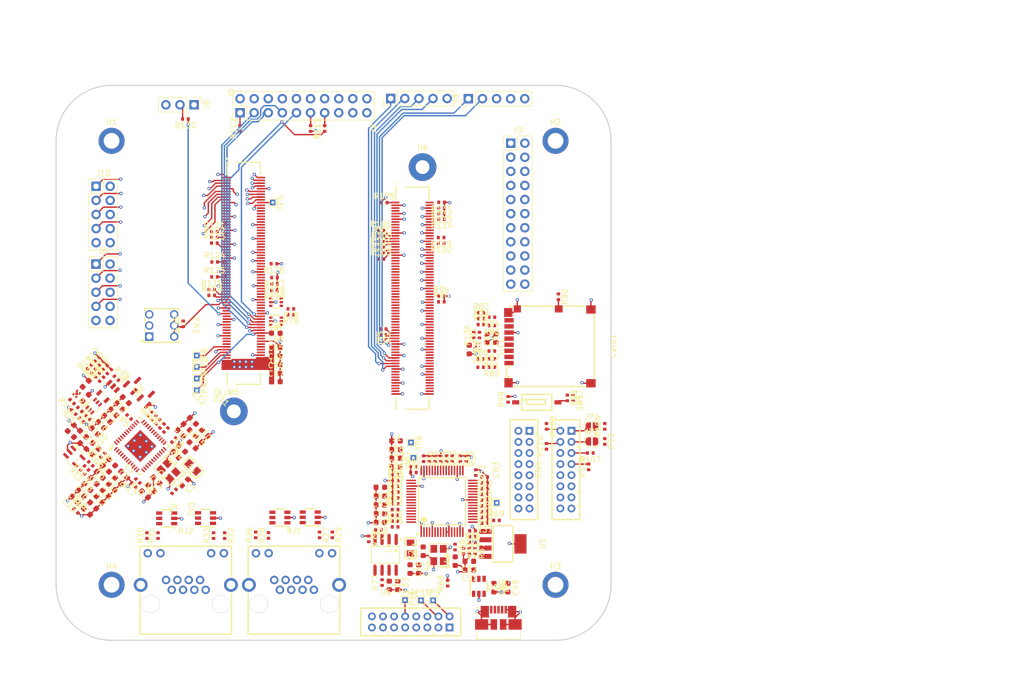
<source format=kicad_pcb>
(kicad_pcb (version 20241229) (generator "pcbnew") (generator_version "9.0")
  (layers (0 "F.Cu" signal "SIG1") (4 "In1.Cu" power "GND1") (6 "In2.Cu" power "PWR") (8 "In3.Cu" signal "SIG2") (10 "In4.Cu" power "GND2") (2 "B.Cu" signal "SIG3") (13 "F.Paste" user) (15 "B.Paste" user) (5 "F.SilkS" user "F.Silkscreen") (7 "B.SilkS" user "B.Silkscreen") (1 "F.Mask" user) (3 "B.Mask" user) (25 "Edge.Cuts" user))
  (net 0 "")
  (net 1 "Net-(Card1-CD{slash}DAT3)")
  (net 2 "GND")
  (net 3 "Net-(Card1-VDD)")
  (net 4 "X_CONN_USDHC1_CD_B")
  (net 5 "Net-(Card1-CMD)")
  (net 6 "Net-(Card1-DAT0)")
  (net 7 "X_CONN_USDHC1_CLK")
  (net 8 "Net-(Card1-DAT2)")
  (net 9 "Net-(Card1-DAT1)")
  (net 10 "X_LSIO_GPIO0_IO13")
  (net 11 "VCC_3V3")
  (net 12 "X_ADMA_I2C0_SDA")
  (net 13 "X_ADMA_I2C0_SCL")
  (net 14 "X_SCU_WDOG0_WDOG_OUT")
  (net 15 "Net-(CN1-Pad2)")
  (net 16 "Net-(CN1-Pad10)")
  (net 17 "X_LSIO_GPIO0_IO14")
  (net 18 "Net-(CN1-Pad4)")
  (net 20 "X_ADMA_SPI2_CS1")
  (net 21 "X_ADMA_SPI1_CS0")
  (net 23 "X_ADMA_I2C2_SCL")
  (net 25 "X_CONN_USB_OTG2_DN")
  (net 27 "VCC_QSPI_1V8")
  (net 28 "VDD_ADC_1V8")
  (net 29 "VDD_ETH_1V0")
  (net 30 "VCC_ENET_2V5")
  (net 31 "VBUS_DEBUG_USB")
  (net 32 "Net-(U1-X_I)")
  (net 33 "3V3_FTDI")
  (net 34 "1V8_FTDI")
  (net 35 "X_ADMA_I2C3_SDA")
  (net 36 "X_ADMA_I2C1_SCL")
  (net 38 "X_ADMA_I2C1_SDA")
  (net 40 "X_ADMA_I2C3_SCL")
  (net 41 "X_LSO_GPIO1_IO20")
  (net 43 "X_ETH_GPIO1")
  (net 44 "X_LSO_GPIO1_IO17")
  (net 45 "X_ETH0_B-TXD0")
  (net 46 "Net-(J1-A19)")
  (net 47 "X_CONN_ENET1_TXD1")
  (net 48 "X_ADMA_UART1_RX")
  (net 49 "X_CONN_ENET1_RXD3")
  (net 50 "X_CONN_ENET1_RXD2")
  (net 51 "X_ADMA_UART2_TX")
  (net 53 "X_ADMA_SPI0_SDI")
  (net 54 "X_ETH0_INT")
  (net 55 "X_CONN_USB_OTG2_OC")
  (net 56 "X_ADMA_SPI2_SDO")
  (net 59 "Net-(J1-B13)")
  (net 60 "X_CONN_ENET1_RXD0")
  (net 61 "X_ADMA_UART1_TX")
  (net 62 "Net-(J1-A15)")
  (net 63 "X_ETH0_C-TXEN")
  (net 65 "X_ADMA_SPI2_CS0")
  (net 66 "Net-(J1-A13)")
  (net 68 "X_ADMA_UART1_RTS_B")
  (net 69 "USB_OTG2_VBUS")
  (net 70 "X_CONN_ETH0_MDIO")
  (net 71 "X_ETH0_LED0")
  (net 72 "X_LSIO_GPIO0_IO15")
  (net 74 "X_LSIO_GPIO0_IO16")
  (net 75 "X_CONN_USB_OTG2_PWR")
  (net 76 "X_ADMA_UART0_TX")
  (net 77 "Net-(J1-A18)")
  (net 78 "X_ETH_GPIO0")
  (net 79 "X_ADMA_SPI2_SDI")
  (net 80 "X_CONN_ENET1_TXD0")
  (net 81 "X_BOOT_MODE2")
  (net 83 "X_CONN_ENET1_TXD2")
  (net 84 "X_ADMA_UART0_RX")
  (net 87 "X_ADMA_SPI0_SCK")
  (net 88 "X_CONN_ENET1_RXC")
  (net 89 "X_ETH0_C+TXCLK")
  (net 91 "X_BOOT_MODE1")
  (net 92 "X_CONN_ENET1_TXC")
  (net 93 "X_ADMA_SPI0_CS1")
  (net 94 "X_BOOT_MODE3")
  (net 96 "Net-(J1-B16)")
  (net 97 "X_ADMA_SPI1_CS1")
  (net 98 "Net-(J1-A1)")
  (net 99 "X_ADMA_SPI0_CS0")
  (net 101 "X_CONN_USDHC1_VSELECT")
  (net 102 "X_LSO_GPIO0_IO20")
  (net 103 "X_ADMA_UART0_CTS_B")
  (net 104 "X_ADMA_UART1_CTS_B")
  (net 105 "VCC_LDO_SD1")
  (net 106 "X_ADMA_SPI0_SDO")
  (net 107 "X_CONN_USDHC1_WP")
  (net 108 "X_ETH0_B+TXD1")
  (net 109 "X_CONN_USDHC1_RESET_B")
  (net 110 "X_LSO_GPIO1_IO18")
  (net 111 "X_ADMA_UART2_RX")
  (net 112 "X_LSO_GPIO0_IO30")
  (net 113 "X_CONN_ETH0_MDC")
  (net 114 "X_CONN_USB_OTG2_DP")
  (net 115 "X_ADMA_UART0_RTS_B")
  (net 116 "X_ETH0_A+TXD3")
  (net 117 "X_CONN_ENET1_RXD1")
  (net 120 "X_ADMA_SPI2_SCK")
  (net 122 "X_ETH0_D-CLK")
  (net 123 "X_ETH0_D+RXDV")
  (net 124 "X_CONN_ENET1_TXD3")
  (net 125 "Net-(J1-A16)")
  (net 126 "Net-(J1-A14)")
  (net 127 "X_ETH0_A-TXD2")
  (net 128 "X_BOOT_MODE0")
  (net 129 "X_LSO_GPIO0_IO31")
  (net 131 "X_ETH0_LED1")
  (net 132 "X_CONN_ENET1_REFCLK")
  (net 133 "X_ADMA_SPI1_SCK")
  (net 134 "X_LSO_GPIO1_IO19")
  (net 135 "X_CONN_ENET1_TX_CTL")
  (net 136 "X_LSO_GPIO0_IO19")
  (net 137 "X_CONN_USB_OTG2_ID")
  (net 138 "X_CONN_ENET1_RX_CTL")
  (net 141 "X_SCU_JTAG_TRST_B")
  (net 142 "Net-(J4-C36)")
  (net 144 "X_LSIO_GPIO1_IO30")
  (net 145 "X_M40_UART0_TX")
  (net 148 "Net-(J4-D38)")
  (net 150 "X_LSIO_GPIO1_IO13")
  (net 151 "X_SCU_JTAG_TDI")
  (net 152 "X_LSIO_QSPI0A_DATA2")
  (net 153 "Net-(J4-C26)")
  (net 154 "X_LSIO_QSPI0B_DATA3")
  (net 155 "X_SCU_JTAG_TDO")
  (net 156 "Net-(J4-C31)")
  (net 157 "X_ADMA_SPI1_SDI")
  (net 159 "X_PMIC_EWARN")
  (net 160 "X_LSIO_GPIO1_IO29")
  (net 161 "X_PMIC_INT_B")
  (net 162 "X_LSIO_QSPI0B_SCLK")
  (net 163 "X_POR_B_3V3")
  (net 164 "Net-(J4-C21)")
  (net 165 "~{X_nRESET_IN}")
  (net 166 "X_LSIO_GPIO1_IO09")
  (net 167 "X_LSIO_QSPI0B_DATA1")
  (net 168 "X_LSIO_QSPIOB_SS1_B")
  (net 170 "Net-(J4-D41)")
  (net 172 "X_LSIO_GPIO1_IO25")
  (net 173 "VCC_SCU_1V8")
  (net 176 "Net-(J4-C16)")
  (net 177 "X_SCU_PMIC_ON_REQ")
  (net 178 "Net-(J4-D46)")
  (net 179 "X_LSIO_QSPI0B_DQS")
  (net 180 "X_LSIO_GPIO1_IO26")
  (net 182 "X_SCU_PMIC_STANDBY")
  (net 183 "X_LSIO_GPIO1_IO14")
  (net 184 "X_LSIO_QSPI0A_DATA1")
  (net 185 "X_PMIC_WDI")
  (net 186 "X_LSIO_QSPI0A_SCLK")
  (net 187 "VCC_1V8_OUT")
  (net 188 "Net-(J4-D32)")
  (net 189 "X_LSIO_QSPIOB_SS0_B")
  (net 190 "X_LSIO_QSPI0A_SS0_B")
  (net 191 "VCC_3V3_OUT")
  (net 192 "X_LSIO_GPIO1_IO12")
  (net 193 "X_POR_B_1V8")
  (net 194 "X_LSIO_QSPI0A_DATA0")
  (net 195 "X_ON_OFF_BUTTON")
  (net 196 "X_LSIO_QSPI0B_DATA0")
  (net 198 "X_LSIO_GPIO1_IO10")
  (net 199 "X_LSIO_QSPI0B_DATA2")
  (net 200 "X_LSIO_QSPI0A_DATA3")
  (net 202 "X_ADMA_I2C2_SDA")
  (net 203 "X_PGOOD")
  (net 205 "X_LSIO_QSPI0A_DQS")
  (net 207 "X_SCU_JTAG_TCK")
  (net 208 "X_LSIO_QSPI0A_SS1_B")
  (net 210 "X_ADMA_SPI1_SDO")
  (net 211 "X_SCU_JTAG_TMS")
  (net 213 "Net-(J5-TREF)")
  (net 214 "Net-(J5-JTAG_RTCK)")
  (net 215 "Net-(J5-JTAG_TDO)")
  (net 217 "Net-(U1-X_O)")
  (net 219 "Net-(J8-Pin_2)")
  (net 220 "Net-(Q1-G)")
  (net 221 "Net-(Q1-D)")
  (net 222 "Net-(RJ1-R-)")
  (net 223 "Net-(RJ1-L-)")
  (net 224 "ETH1_B+TXD1")
  (net 225 "ETH1_A+TXD3")
  (net 226 "Net-(RJ2-R-)")
  (net 227 "ETH1_C+TXCLK")
  (net 228 "ETH1_D+RXDV")
  (net 229 "ETH1_C-TXEN")
  (net 230 "ETH1_A-TXD2")
  (net 231 "ETH1_B-TXD0")
  (net 232 "ETH1_D-CLK")
  (net 233 "Net-(RJ2-L-)")
  (net 234 "Net-(R99-Pad1)")
  (net 239 "/Debug USB - UART/DEBUG_USB_DM")
  (net 242 "/Debug USB - UART/DEBUG_USB_DP")
  (net 244 "Net-(U1-CLK_OUT)")
  (net 247 "LED0_LINK")
  (net 250 "X_CONN_ETH1_PHY_INT")
  (net 251 "LED2_ACT")
  (net 252 "Net-(U1-RX_D1)")
  (net 253 "Net-(U1-RX_D0)")
  (net 254 "Net-(U1-RX_CLK)")
  (net 255 "Net-(U1-RX_CTRL)")
  (net 256 "Net-(U1-RESET_N)")
  (net 257 "Net-(U1-RX_D3)")
  (net 258 "Net-(U1-RX_D2)")
  (net 259 "Net-(U1-RBIAS)")
  (net 260 "ETH1_LED0")
  (net 261 "ETH1_LED1")
  (net 262 "Net-(U4-~{RESET})")
  (net 263 "Net-(U4-ADBUS4)")
  (net 264 "Net-(U4-EEDATA)")
  (net 265 "Net-(U4-ADBUS5)")
  (net 266 "Net-(U4-BCBUS3)")
  (net 267 "Net-(U4-BCBUS0)")
  (net 268 "Net-(U4-ACBUS6)")
  (net 269 "Net-(U4-ADBUS2)")
  (net 270 "Net-(U4-ADBUS1)")
  (net 271 "Net-(U4-OSCO)")
  (net 273 "Net-(U4-BCBUS5)")
  (net 274 "Net-(U4-BCBUS4)")
  (net 275 "Net-(U4-VPLL)")
  (net 276 "Net-(U4-BCBUS1)")
  (net 277 "Net-(U4-BDBUS1)")
  (net 278 "Net-(U4-BDBUS7)")
  (net 279 "Net-(U4-ACBUS4)")
  (net 280 "Net-(U4-REF)")
  (net 281 "Net-(U4-BCBUS2)")
  (net 282 "Net-(U4-EECLK)")
  (net 283 "Net-(U4-ACBUS7)")
  (net 284 "Net-(U4-ADBUS6)")
  (net 285 "/Debug USB - UART/FTDI_OSCI")
  (net 286 "Net-(U4-ACBUS1)")
  (net 288 "Net-(U4-ADBUS3)")
  (net 289 "Net-(U4-BCBUS7)")
  (net 290 "Net-(U4-ADBUS7)")
  (net 291 "Net-(U4-VPHY)")
  (net 292 "Net-(U4-ADBUS0)")
  (net 293 "Net-(U4-EECS)")
  (net 294 "Net-(U4-BDBUS4)")
  (net 295 "Net-(U4-BDBUS0)")
  (net 296 "Net-(U4-ACBUS2)")
  (net 297 "Net-(U4-BDBUS6)")
  (net 298 "Net-(U4-TEST)")
  (net 299 "Net-(U4-BCBUS6)")
  (net 300 "Net-(U4-BDBUS3)")
  (net 301 "Net-(U4-ACBUS5)")
  (net 302 "Net-(U4-BDBUS2)")
  (net 303 "Net-(U4-BDBUS5)")
  (net 304 "Net-(U4-ACBUS3)")
  (net 305 "Net-(U4-ACBUS0)")
  (net 306 "Net-(U5-ADJ)")
  (net 307 "Net-(U5-EN)")
  (net 309 "Net-(U6-ORG)")
  (net 310 "Net-(U6-DI)")
  (net 311 "Net-(U6-DO)")
  (net 312 "/Debug USB - UART/M40_UART0_TX")
  (net 313 "Net-(U7-OE)")
  (net 314 "Net-(U8-OE)")
  (net 315 "/Debug USB - UART/M40_UART0_RX")
  (net 316 "X_M40_UART0_RX")
  (net 317 "Net-(U9-EN)")
  (net 318 "Net-(U10-EN)")
  (net 319 "Net-(U10-ADJ)")
  (net 320 "SD1_SPWR")
  (net 323 "/Debug USB - UART/DEBUG_USB_ID")
  (net 324 "/Debug USB - UART/FTDI_OSCO")
  (net 325 "Net-(R10-Pad2)")
  (net 326 "X_ENET1_RX_CTRL")
  (net 327 "X_CONN_USDHC1_DATA2")
  (net 328 "X_CONN_USDHC1_DATA3")
  (net 329 "X_CONN_USDHC1_CMD")
  (net 330 "X_CONN_USDHC1_DATA0")
  (net 331 "X_CONN_USDHC1_DATA1")
  (net 332 "Net-(JP2-B)")
  (net 333 "Net-(JP1-B)")
  (footprint "Resistor_SMD:R_0402_1005Metric" (layer "F.Cu") (at 134.8802 78.7556)
    (property "Reference" "R87")
    (property "Value" "49.9K")
  )
  (footprint "Resistor_SMD:R_0402_1005Metric" (layer "F.Cu") (at 119.418 113.1718)
    (property "Reference" "R62")
    (property "Value" "10K")
  )
  (footprint "Resistor_SMD:R_0402_1005Metric" (layer "F.Cu") (at 72.32836 109.78228 135)
    (property "Reference" "R17")
    (property "Value" "10K")
  )
  (footprint "Resistor_SMD:R_0402_1005Metric" (layer "F.Cu") (at 130.213 120.9676 -90)
    (property "Reference" "R66")
    (property "Value" "200")
  )
  (footprint "Capacitor_SMD:C_0603_1608Metric" (layer "F.Cu") (at 137.2198 128.282 -90)
    (property "Reference" "C50")
    (property "Value" "2.2uF")
  )
  (footprint "Capacitor_SMD:C_0603_1608Metric" (layer "F.Cu") (at 116.751 116.5406 180)
    (property "Reference" "C39")
    (property "Value" "100nF")
  )
  (footprint "Resistor_SMD:R_0402_1005Metric" (layer "F.Cu") (at 127.707 65.197801 180)
    (property "Reference" "R119")
    (property "Value" "10k")
  )
  (footprint "Resistor_SMD:R_0402_1005Metric" (layer "F.Cu") (at 135.549 109.3872 180)
    (property "Reference" "R51")
    (property "Value" "10K")
  )
  (footprint "Capacitor_SMD:C_0603_1608Metric" (layer "F.Cu") (at 84.025638 101.515638 -45)
    (property "Reference" "C10")
    (property "Value" "10nF")
  )
  (footprint "Resistor_SMD:R_0402_1005Metric" (layer "F.Cu") (at 133.3626 119.09 180)
    (property "Reference" "R71")
    (property "Value" "16.5K")
  )
  (footprint "Resistor_SMD:R_0402_1005Metric" (layer "F.Cu") (at 134.8076 87.0696)
    (property "Reference" "R86")
    (property "Value" "49.9K")
  )
  (footprint "Capacitor_SMD:C_0603_1608Metric" (layer "F.Cu") (at 116.751 113.4004 180)
    (property "Reference" "C41")
    (property "Value" "100nF")
  )
  (footprint "Resistor_SMD:R_0402_1005Metric" (layer "F.Cu") (at 133.3626 118.0232 180)
    (property "Reference" "R36")
    (property "Value" "10K")
  )
  (footprint "imx8_carrier_board_footprints:MICRO-USB-SMD_47346-0001" (layer "F.Cu") (at 138.02 133.59)
    (property "Reference" "USB1")
    (property "Value" "47346-0001")
  )
  (footprint "Capacitor_SMD:C_0603_1608Metric" (layer "F.Cu") (at 74.328623 111.467174 -45)
    (property "Reference" "C23")
    (property "Value" "100nF")
  )
  (footprint "imx8_carrier_board_footprints:CONN-TH_DF11-16DP-2DSA-08" (layer "F.Cu") (at 142.6302 107.0294 90)
    (property "Reference" "CN3")
    (property "Value" "DF11-16DP-2DSA(08)")
  )
  (footprint "Capacitor_SMD:C_0603_1608Metric" (layer "F.Cu") (at 132.7908 123.5396 180)
    (property "Reference" "C52")
    (property "Value" "100nF")
  )
  (footprint "Resistor_SMD:R_0402_1005Metric" (layer "F.Cu") (at 119.4434 108.9808)
    (property "Reference" "R58")
    (property "Value" "10K")
  )
  (footprint "Capacitor_SMD:C_0603_1608Metric" (layer "F.Cu") (at 97.917 84.963)
    (property "Reference" "C68")
    (property "Value" "4.7uF")
  )
  (footprint "Capacitor_SMD:C_0603_1608Metric" (layer "F.Cu") (at 97.905136 86.514425)
    (property "Reference" "C65")
    (property "Value" "22uF")
  )
  (footprint "Capacitor_SMD:C_0603_1608Metric" (layer "F.Cu") (at 97.917 82.423)
    (property "Reference" "C70")
    (property "Value" "220nF")
  )
  (footprint "Resistor_SMD:R_0402_1005Metric" (layer "F.Cu") (at 127.7772 59.863801 180)
    (property "Reference" "R132")
    (property "Value" "10k")
  )
  (footprint "Connector_PinHeader_2.54mm:PinHeader_2x05_P2.54mm_Vertical" (layer "F.Cu") (at 65.5066 69.977)
    (property "Reference" "J6")
    (property "Value" "Conn_02x05_Odd_Even")
  )
  (footprint "Resistor_SMD:R_0402_1005Metric" (layer "F.Cu") (at 64.314294 88.510811 45)
    (property "Reference" "R11")
    (property "Value" "5.76K")
  )
  (footprint "TestPoint:TestPoint_THTPad_1.0x1.0mm_Drill0.5mm" (layer "F.Cu") (at 137.7188 113.0046 90)
    (property "Reference" "TP2")
    (property "Value" "TestPoint")
  )
  (footprint "Capacitor_SMD:C_0603_1608Metric" (layer "F.Cu") (at 119.5704 101.8434 180)
    (property "Reference" "C38")
    (property "Value" "4.7uF")
  )
  (footprint "Resistor_SMD:R_0402_1005Metric" (layer "F.Cu") (at 66.4342 87.858858 45)
    (property "Reference" "R20")
    (property "Value" "2.49K")
  )
  (footprint "Resistor_SMD:R_0402_1005Metric" (layer "F.Cu") (at 116.84 66.9798)
    (property "Reference" "R101")
    (property "Value" "22")
  )
  (footprint "Resistor_SMD:R_0402_1005Metric" (layer "F.Cu") (at 126.6062 105.0418 -90)
    (property "Reference" "R44")
    (property "Value" "10K")
  )
  (footprint "Resistor_SMD:R_0402_1005Metric" (layer "F.Cu") (at 135.549 111.47 180)
    (property "Reference" "R49")
    (property "Value" "10K")
  )
  (footprint "imx8_carrier_board_footprints:RJ45-TH_RJHSE5384" (layer "F.Cu") (at 101.1936 125.3796)
    (property "Reference" "RJ1")
    (property "Value" "RJHSE5384")
  )
  (footprint "Resistor_SMD:R_0402_1005Metric" (layer "F.Cu") (at 122.72 106.4916)
    (property "Reference" "R47")
    (property "Value" "10K")
  )
  (footprint "Resistor_SMD:R_0402_1005Metric" (layer "F.Cu") (at 108.0936 118.7796 -90)
    (property "Reference" "R29")
    (property "Value" "22")
  )
  (footprint "Resistor_SMD:R_0402_1005Metric" (layer "F.Cu") (at 119.416 115.2546 180)
    (property "Reference" "R74")
    (property "Value" "2K")
  )
  (footprint "Resistor_SMD:R_0402_1005Metric" (layer "F.Cu") (at 125.5648 105.0438 -90)
    (property "Reference" "R45")
    (property "Value" "10K")
  )
  (footprint "Resistor_SMD:R_0402_1005Metric" (layer "F.Cu") (at 116.84 63.9318)
    (property "Reference" "R105")
    (property "Value" "22")
  )
  (footprint "Resistor_SMD:R_0402_1005Metric" (layer "F.Cu") (at 136.85 88.55 180)
    (property "Reference" "R80")
    (property "Value" "22")
  )
  (footprint "imx8_carrier_board_footprints:SC-70-6_L2.0-W1.3-P0.65-LS2.1-BR" (layer "F.Cu") (at 97.9576 76.8454 180)
    (property "Reference" "U8")
    (property "Value" "TXS0101DCKR")
  )
  (footprint "Capacitor_SMD:C_0603_1608Metric" (layer "F.Cu") (at 63.187873 100.569951 135)
    (property "Reference" "C56" (hide yes))
    (property "Value" "4.7uF")
  )
  (footprint "Capacitor_SMD:C_0603_1608Metric" (layer "F.Cu") (at 119.5704 103.4182 180)
    (property "Reference" "C37")
    (property "Value" "100nF")
  )
  (footprint "Capacitor_SMD:C_0603_1608Metric" (layer "F.Cu") (at 68.647869 96.726402 135)
    (property "Reference" "C17")
    (property "Value" "1uF")
  )
  (footprint "Capacitor_SMD:C_0603_1608Metric" (layer "F.Cu") (at 61.68909 112.433223 135)
    (property "Reference" "C25")
    (property "Value" "1uF")
  )
  (footprint "Resistor_SMD:R_0402_1005Metric" (layer "F.Cu") (at 157.1958 99.2222 90)
    (property "Reference" "R104")
    (property "Value" "2k")
  )
  (footprint "Capacitor_SMD:C_0603_1608Metric" (layer "F.Cu") (at 66.402805 98.971466 135)
    (property "Reference" "C19")
    (property "Value" "1uF")
  )
  (footprint "Capacitor_SMD:C_0603_1608Metric" (layer "F.Cu") (at 135.9502 83.3626 -90)
    (property "Reference" "C62")
    (property "Value" "10uF")
  )
  (footprint "Resistor_SMD:R_0402_1005Metric" (layer "F.Cu") (at 134.604 82.7764 90)
    (property "Reference" "R91")
    (property "Value" "0")
  )
  (footprint "Resistor_SMD:R_0402_1005Metric" (layer "F.Cu") (at 61.875342 114.452013 -45)
    (property "Reference" "R15")
    (property "Value" "10K")
  )
  (footprint "Resistor_SMD:R_0402_1005Metric" (layer "F.Cu") (at 76.677632 98.431236 45)
    (property "Reference" "R2")
    (property "Value" "22")
  )
  (footprint "Capacitor_SMD:C_0603_1608Metric" (layer "F.Cu") (at 118.3558 127.8914 -90)
    (property "Reference" "C34")
    (property "Value" "100nF")
  )
  (footprint "Resistor_SMD:R_0402_1005Metric" (layer "F.Cu") (at 116.84 65.9638)
    (property "Reference" "R100")
    (property "Value" "22")
  )
  (footprint "Resistor_SMD:R_0402_1005Metric" (layer "F.Cu") (at 127.7478 75.738801)
    (property "Reference" "R94")
    (property "Value" "1k")
  )
  (footprint "Capacitor_SMD:C_0603_1608Metric" (layer "F.Cu") (at 62.820602 111.301711 135)
    (property "Reference" "C31")
    (property "Value" "100nF")
  )
  (footprint "Connector_PinHeader_2.54mm:PinHeader_2x11_P2.54mm_Vertical" (layer "F.Cu") (at 140.25 48.19)
    (property "Reference" "J9")
    (property "Value" "Conn_02x11_Counter_Clockwise")
  )
  (footprint "Resistor_SMD:R_0402_1005Metric" (layer "F.Cu") (at 67.152621 88.6132 45)
    (property "Reference" "R16")
    (property "Value" "2.49K")
  )
  (footprint "Capacitor_SMD:C_0603_1608Metric" (layer "F.Cu") (at 82.965543 98.22844 135)
    (property "Reference" "C12")
    (property "Value" "1uF")
  )
  (footprint "Resistor_SMD:R_0402_1005Metric" (layer "F.Cu") (at 119.416 114.2132)
    (property "Reference" "R63")
    (property "Value" "1K")
  )
  (footprint "Resistor_SMD:R_0402_1005Metric" (layer "F.Cu") (at 124.5488 105.0438 -90)
    (property "Reference" "R46")
    (property "Value" "10K")
  )
  (footprint "Capacitor_SMD:C_0603_1608Metric" (layer "F.Cu") (at 132.772 85.385 -90)
    (property "Reference" "C64")
    (property "Value" "100nF")
  )
  (footprint "Resistor_SMD:R_0402_1005Metric" (layer "F.Cu") (at 133.8198 121.6828 -90)
    (property "Reference" "R67")
    (property "Value" "1K")
  )
  (footprint "Resistor_SMD:R_0402_1005Metric" (layer "F.Cu") (at 104.1828 45.5462 -90)
    (property "Reference" "R111")
    (property "Value" "10k")
  )
  (footprint "TestPoint:TestPoint_THTPad_1.0x1.0mm_Drill0.5mm" (layer "F.Cu") (at 83.6676 90.6018 -90)
    (property "Reference" "TP7")
    (property "Value" "TestPoint")
  )
  (footprint "Resistor_SMD:R_0402_1005Metric" (layer "F.Cu") (at 86.866 72.2884)
    (property "Reference" "R125")
    (property "Value" "10k")
  )
  (footprint "Package_TO_SOT_SMD:SOT-23" (layer "F.Cu") (at 74.817446 94.098581 45)
    (property "Reference" "Q2")
    (property "Value" "BSS138")
  )
  (footprint "Resistor_SMD:R_0402_1005Metric" (layer "F.Cu") (at 86.8406 66.1924)
    (property "Reference" "R123")
    (property "Value" "10k")
  )
  (footprint "Connector_PinHeader_2.54mm:PinHeader_1x05_P2.54mm_Vertical" (layer "F.Cu") (at 118.62 40.14 90)
    (property "Reference" "J2")
    (property "Value" "Conn_01x05_Pin")
  )
  (footprint "Resistor_SMD:R_0402_1005Metric" (layer "F.Cu") (at 135.547 112.5114 180)
    (property "Reference" "R48")
    (property "Value" "10K")
  )
  (footprint "Resistor_SMD:R_0402_1005Metric" (layer "F.Cu") (at 100.6192 78.049399 180)
    (property "Reference" "R79")
    (property "Value" "10K")
  )
  (footprint "Capacitor_SMD:C_0603_1608Metric" (layer "F.Cu") (at 119.5704 104.9676 180)
    (property "Reference" "C36")
    (property "Value" "100nF")
  )
  (footprint "Resistor_SMD:R_0402_1005Metric" (layer "F.Cu") (at 65.051241 89.241818 45)
    (property "Reference" "R18")
    (property "Value" "10K")
  )
  (footprint "Resistor_SMD:R_0402_1005Metric" (layer "F.Cu") (at 135.547 116.677 180)
    (property "Reference" "R37")
    (property "Value" "10K")
  )
  (footprint "Resistor_SMD:R_0402_1005Metric" (layer "F.Cu") (at 75.960626 97.711401 45)
    (property "Reference" "R3")
    (property "Value" "22")
  )
  (footprint "TestPoint:TestPoint_THTPad_1.0x1.0mm_Drill0.5mm" (layer "F.Cu") (at 83.666 88.532 -90)
    (property "Reference" "TP12")
    (property "Value" "TestPoint")
  )
  (footprint "Resistor_SMD:R_0402_1005Metric" (layer "F.Cu") (at 133.3616 120.1432)
    (property "Reference" "R70")
    (property "Value" "10K")
  )
  (footprint "Resistor_SMD:R_0402_1005Metric" (layer "F.Cu") (at 119.4414 111.0636)
    (property "Reference" "R60")
    (property "Value" "10K")
  )
  (footprint "Capacitor_SMD:C_0603_1608Metric" (layer "F.Cu") (at 116.7498 111.8002 180)
    (property "Reference" "C53")
    (property "Value" "100nF")
  )
  (footprint "Resistor_SMD:R_0402_1005Metric" (layer "F.Cu") (at 75.239377 96.995809 45)
    (property "Reference" "R4")
    (property "Value" "22")
  )
  (footprint "Capacitor_SMD:C_0603_1608Metric" (layer "F.Cu") (at 139.7298 128.282 -90)
    (property "Reference" "C49")
    (property "Value" "100nF")
  )
  (footprint "Resistor_SMD:R_0402_1005Metric" (layer "F.Cu") (at 86.8406 65.1764)
    (property "Reference" "R122")
    (property "Value" "10k")
  )
  (footprint "Capacitor_SMD:C_0603_1608Metric" (layer "F.Cu") (at 81.015874 103.227966 135)
    (property "Reference" "C44")
    (property "Value" "4.7uF")
  )
  (footprint "imx8_carrier_board_footprints:L0805" (layer "F.Cu") (at 122.1866 121.1522 90)
    (property "Reference" "L4")
    (property "Value" "600R/100MHz")
  )
  (footprint "Resistor_SMD:R_0402_1005Metric" (layer "F.Cu") (at 146.69 102.82 90)
    (property "Reference" "R110")
    (property "Value" "2k")
  )
  (footprint "Resistor_SMD:R_0402_1005Metric" (layer "F.Cu") (at 133.5848 82.7942 90)
    (property "Reference" "R136")
    (property "Value" "0")
  )
  (footprint "Resistor_SMD:R_0402_1005Metric" (layer "F.Cu") (at 127.7772 60.879801 180)
    (property "Reference" "R133")
    (property "Value" "10k")
  )
  (footprint "Resistor_SMD:R_0402_1005Metric" (layer "F.Cu") (at 119.416 117.3374)
    (property "Reference" "R75")
    (property "Value" "10K")
  )
  (footprint "Resistor_SMD:R_0402_1005Metric" (layer "F.Cu") (at 81.2265 80.7498 90)
    (property "Reference" "R95")
    (property "Value" "2K")
  )
  (footprint "Resistor_SMD:R_0402_1005Metric" (layer "F.Cu") (at 86.8934 69.596)
    (property "Reference" "R124")
    (property "Value" "10k")
  )
  (footprint "Capacitor_SMD:C_0603_1608Metric" (layer "F.Cu") (at 97.918136 88.063825)
    (property "Reference" "C69")
    (property "Value" "100nF")
  )
  (footprint "Package_TO_SOT_SMD:SOT-23" (layer "F.Cu") (at 72.328925 91.61006 45)
    (property "Reference" "Q1")
    (property "Value" "IRLML6401")
  )
  (footprint "Capacitor_SMD:C_0603_1608Metric" (layer "F.Cu") (at 65.074576 109.066122 135)
    (property "Reference" "C8")
    (property "Value" "10uF")
  )
  (footprint "Capacitor_SMD:C_0603_1608Metric" (layer "F.Cu") (at 116.7498 110.2 180)
    (property "Reference" "C42")
    (property "Value" "100nF")
  )
  (footprint "Resistor_SMD:R_0402_1005Metric" (layer "F.Cu") (at 79.564325 110.929773 -135)
    (property "Reference" "R9")
    (property "Value" "1M")
  )
  (footprint "Resistor_SMD:R_0402_1005Metric" (layer "F.Cu") (at 79.5499 101.701464 -135)
    (property "Reference" "R7")
    (property "Value" "49.9")
  )
  (footprint "Capacitor_SMD:C_0603_1608Metric" (layer "F.Cu") (at 62.08309 101.692271 -45)
    (property "Reference" "C57" (hide yes))
    (property "Value" "100nF")
  )
  (footprint "Capacitor_SMD:C_0603_1608Metric" (layer "F.Cu") (at 63.628118 94.077438 45)
    (property "Reference" "C54" (hide yes))
    (property "Value" "100nF")
  )
  (footprint "Resistor_SMD:R_0402_1005Metric" (layer "F.Cu") (at 116.4234 117.8952 180)
    (property "Reference" "R72")
    (property "Value" "10K")
  )
  (footprint "Resistor_SMD:R_0402_1005Metric" (layer "F.Cu") (at 129.705 105.0438 -90)
    (property "Reference" "R41")
    (property "Value" "22")
  )
  (footprint "Capacitor_SMD:C_0603_1608Metric" (layer "F.Cu") (at 122.1034 124.94 -90)
    (property "Reference" "C46")
    (property "Value" "100nF")
  )
  (footprint "Resistor_SMD:R_0402_1005Metric" (layer "F.Cu") (at 97.5766 69.922201 180)
    (property "Reference" "R126")
    (property "Value" "10k")
  )
  (footprint "Capacitor_SMD:C_0603_1608Metric" (layer "F.Cu") (at 69.761421 95.61285 135)
    (property "Reference" "C14")
    (property "Value" "1uF")
  )
  (footprint "Resistor_SMD:R_0402_1005Metric" (layer "F.Cu") (at 119.416 116.296)
    (property "Reference" "R76")
    (property "Value" "10K")
  )
  (footprint "imx8_carrier_board_footprints:CRYSTAL-SMD_4P-L3.2-W2.5-BL" (layer "F.Cu") (at 127.2294 122.3998 90)
    (property "Reference" "Y2")
    (property "Value" "12MHz")
  )
  (footprint "Resistor_SMD:R_0402_1005Metric" (layer "F.Cu") (at 61.489403 96.680298 135)
    (property "Reference" "R25")
    (property "Value" "2.49K")
  )
  (footprint "TestPoint:TestPoint_THTPad_1.0x1.0mm_Drill0.5mm" (layer "F.Cu") (at 83.6676 92.7354 -90)
    (property "Reference" "TP4")
    (property "Value" "TestPoint")
  )
  (footprint "Resistor_SMD:R_0402_1005Metric" (layer "F.Cu") (at 127.7792 58.847801 180)
    (property "Reference" "R131")
    (property "Value" "10k")
  )
  (footprint "Resistor_SMD:R_0402_1005Metric" (layer "F.Cu") (at 78.114473 99.868077 45)
    (property "Reference" "R6")
    (property "Value" "0")
  )
  (footprint "Resistor_SMD:R_0402_1005Metric" (layer "F.Cu") (at 64.023249 97.597699 135)
    (property "Reference" "R22")
    (property "Value" "10K")
  )
  (footprint "Resistor_SMD:R_0402_1005Metric" (layer "F.Cu") (at 132.7784 121.6828 -90)
    (property "Reference" "R64")
    (property "Value" "10K")
  )
  (footprint "Capacitor_SMD:C_0603_1608Metric" (layer "F.Cu") (at 85.147958 100.410854 -45)
    (property "Reference" "C11")
    (property "Value" "100nF")
  )
  (footprint "Resistor_SMD:R_0402_1005Metric" (layer "F.Cu") (at 135.549 108.3458 180)
    (property "Reference" "R52")
    (property "Value" "10K")
  )
  (footprint "Resistor_SMD:R_0402_1005Metric" (layer "F.Cu") (at 81.625 43.835 180)
    (property "Reference" "R130")
    (property "Value" "10k")
  )
  (footprint "Capacitor_SMD:C_0603_1608Metric" (layer "F.Cu") (at 123.6598 124.9444 -90)
    (property "Reference" "C45")
    (property "Value" "4.7uF")
  )
  (footprint "Capacitor_SMD:C_0603_1608Metric" (layer "F.Cu") (at 63.952114 110.170199 135)
    (property "Reference" "C26")
    (property "Value" "100nF")
  )
  (footprint "Resistor_SMD:R_0402_1005Metric" (layer "F.Cu") (at 127.7772 61.895801 180)
    (property "Reference" "R134")
    (property "Value" "10k")
  )
  (footprint "Capacitor_SMD:C_0603_1608Metric" (layer "F.Cu") (at 65.003016 113.484125 -45)
    (property "Reference" "C32")
    (property "Value" "1uF")
  )
  (footprint "MountingHole:MountingHole_2.7mm_M2.5_DIN965_Pad" (layer "F.Cu") (at 148.3184 127.7698)
    (property "Reference" "H3")
    (property "Value" "MountingHole_Pad_M2.5_2.7mm")
  )
  (footprint "imx8_carrier_board_footprints:SOT-23-5_L3.0-W1.7-P0.95-LS2.8-BL" (layer "F.Cu") (at 61.59165 104.670746 -135)
    (property "Reference" "U10")
    (property "Value" "MCP1824T-ADJE/OT")
  )
  (footprint "Connector_PinHeader_2.54mm:PinHeader_1x05_P2.54mm_Vertical" (layer "F.Cu") (at 132.61 40.17 90)
    (property "Reference" "J3")
    (property "Value" "Conn_01x05_Pin")
  )
  (footprint "Connector_PinHeader_2.54mm:PinHeader_1x03_P2.54mm_Vertical" (layer "F.Cu") (at 83.185 41.275 -90)
    (property "Reference" "J8")
    (property "Value" "Conn_01x03_Pin")
  )
  (footprint "imx8_carrier_board_footprints:SOT-23-6_L2.9-W1.6-P0.95-LS2.8-BR" (layer "F.Cu") (at 98.65 115.65)
    (property "Reference" "TV2")
    (property "Value" "SRV05-4.TCT")
  )
  (footprint "imx8_carrier_board_footprints:TF-SMD_5027740891" (layer "F.Cu") (at 147.25 84.75 -90)
    (property "Reference" "Card1")
    (property "Value" "5027740891")
  )
  (footprint "Capacitor_SMD:C_0603_1608Metric" (layer "F.Cu") (at 63.88 114.59 -45)
    (property "Reference" "C28")
    (property "Value" "100nF")
  )
  (footprint "Resistor_SMD:R_0402_1005Metric" (layer "F.Cu") (at 97.6528 74.748201 180)
    (property "Reference" "R129")
    (property "Value" "10k")
  )
  (footprint "Resistor_SMD:R_0402_1005Metric" (layer "F.Cu") (at 154.59 104.02 180)
    (property "Reference" "R107")
    (property "Value" "2k")
  )
  (footprint "Resistor_SMD:R_0402_1005Metric" (layer "F.Cu") (at 66.744055 104.413501 -135)
    (property "Reference" "R8")
    (property "Value" "2K")
  )
  (footprint "Capacitor_SMD:C_0603_1608Metric" (layer "F.Cu") (at 119.9006 127.8914 -90)
    (property "Reference" "C33")
    (property "Value" "4.7uF")
  )
  (footprint "Resistor_SMD:R_0402_1005Metric" (layer "F.Cu") (at 150.4418 94.0942 -90)
    (property "Reference" "R98")
    (property "Value" "1k")
  )
  (footprint "Capacitor_SMD:C_0603_1608Metric" (layer "F.Cu") (at 81.531213 109.322095 -135)
    (property "Reference" "C1")
    (property "Value" "18pF")
  )
  (footprint "Resistor_SMD:R_0402_1005Metric" (layer "F.Cu") (at 63.799945 106.713861 135)
    (property "Reference" "R115")
    (property "Value" "2.5k")
  )
  (footprint "Capacitor_SMD:C_0603_1608Metric" (layer "F.Cu") (at 82.912086 102.62919 -45)
    (property "Reference" "C15")
    (property "Value" "1uF")
  )
  (footprint "imx8_carrier_board_footprints:RJ45-TH_RJHSE5384" (layer "F.Cu") (at 81.6932 125.3836)
    (property "Reference" "RJ2")
    (property "Value" "RJHSE5384")
  )
  (footprint "Resistor_SMD:R_0402_1005Metric" (layer "F.Cu") (at 117.0584 127.3714 90)
    (property "Reference" "R77")
    (property "Value" "10K")
  )
  (footprint "MountingHole:MountingHole_2.7mm_M2.5_DIN965_Pad" (layer "F.Cu") (at 148.3184 47.7698)
    (property "Reference" "H2")
    (property "Value" "MountingHole_Pad_M2.5_2.7mm")
  )
  (footprint "Resistor_SMD:R_0402_1005Metric" (layer "F.Cu") (at 133.9468 107.5564 -90)
    (property "Reference" "R53")
    (property "Value" "10K")
  )
  (footprint "Resistor_SMD:R_0402_1005Metric" (layer "F.Cu") (at 116.84 64.9478)
    (property "Reference" "R92")
    (property "Value" "22")
  )
  (footprint "imx8_carrier_board_footprints:SW-SMD_1.27-1P-TPPT" (layer "F.Cu") (at 144.9418 94.8942 -90)
    (property "Reference" "SW1")
    (property "Value" "SW_DIP_x01")
  )
  (footprint "imx8_carrier_board_footprints:SOT-23-5_L3.0-W1.7-P0.95-LS2.8-BR" (layer "F.Cu") (at 67.678001 92.918773 45)
    (property "Reference" "U2")
    (property "Value" "74AUP1G08")
  )
  (footprint "Capacitor_SMD:C_0603_1608Metric" (layer "F.Cu") (at 81.851992 99.341992 135)
    (property "Reference" "C16")
    (property "Value" "100nF")
  )
  (footprint "Resistor_SMD:R_0402_1005Metric" (layer "F.Cu") (at 131.737 121.6828 -90)
    (property "Reference" "R65")
    (property "Value" "12K")
  )
  (footprint "Capacitor_SMD:C_0603_1608Metric" (layer "F.Cu") (at 60.96 99.5172 45)
    (property "Reference" "C58" (hide yes))
    (property "Value" "4.7uF")
  )
  (footprint "imx8_carrier_board_footprints:SOT-23-6_L2.9-W1.6-P0.95-LS2.8-BR" (layer "F.Cu") (at 78.25 115.8)
    (property "Reference" "TV3")
    (property "Value" "SRV05-4.TCT")
  )
  (footprint "Resistor_SMD:R_0402_1005Metric" (layer "F.Cu") (at 105.7936 118.7796 -90)
    (property "Reference" "R27")
    (property "Value" "2.49K")
  )
  (footprint "TestPoint:TestPoint_THTPad_1.0x1.0mm_Drill0.5mm" (layer "F.Cu") (at 122.7074 104.8914 90)
    (property "Reference" "TP1")
    (property "Value" "TestPoint")
  )
  (footprint "Capacitor_SMD:C_0603_1608Metric" (layer "F.Cu") (at 63.651452 91.555188 45)
    (property "Reference" "C55" (hide yes))
    (property "Value" "100nF")
  )
  (footprint "Resistor_SMD:R_0402_1005Metric" (layer "F.Cu") (at 74.6932 118.9036 90)
    (property "Reference" "R30")
    (property "Value" "10K")
  )
  (footprint "Resistor_SMD:R_0402_1005Metric" (layer "F.Cu") (at 135.543 113.5528 180)
    (property "Reference" "R40")
    (property "Value" "10K")
  )
  (footprint "Resistor_SMD:R_0402_1005Metric" (layer "F.Cu") (at 117.2718 82.7278 180)
    (property "Reference" "R34")
    (property "Value" "22")
  )
  (footprint "imx8_carrier_board_footprints:CRYSTAL-SMD_4P-L3.2-W2.5-BL-2" (layer "F.Cu") (at 78.576497 107.247868 135)
    (property "Reference" "Y1")
    (property "Value" "25MHz")
  )
  (footprint "Resistor_SMD:R_0402_1005Metric" (layer "F.Cu") (at 63.089444 107.440484 135)
    (property "Reference" "R117")
    (property "Value" "10k")
  )
  (footprint "Resistor_SMD:R_0402_1005Metric" (layer "F.Cu") (at 131.1782 105.0458 -90)
    (property "Reference" "R55")
    (property "Value" "10K")
  )
  (footprint "imx8_carrier_board_footprints:CONN-TH_DF11-16DP-2DSA-08" (layer "F.Cu") (at 122.2248 134.4676)
    (property "Reference" "CN1")
    (property "Value" "DF11-16DP-2DSA(08)")
  )
  (footprint "Resistor_SMD:R_0402_1005Metric" (layer "F.Cu") (at 139.7806 94.3544 90)
    (property "Reference" "R99")
    (property "Value" "1k")
  )
  (footprint "Capacitor_SMD:C_0603_1608Metric" (layer "F.Cu") (at 119.5704 106.5332 180)
    (property "Reference" "C35")
    (property "Value" "100nF")
  )
  (footprint "Resistor_SMD:R_0402_1005Metric" (layer "F.Cu") (at 146.69 99.22 -90)
    (property "Reference" "R108")
    (property "Value" "2k")
  )
  (footprint "Resistor_SMD:R_0402_1005Metric" (layer "F.Cu") (at 91.4574 45.5482 90)
    (property "Reference" "R112")
    (property "Value" "100")
  )
  (footprint "Resistor_SMD:R_0402_1005Metric" (layer "F.Cu") (at 148.844 75.8698 -90)
    (property "Reference" "R90")
    (property "Value" "49.9K")
  )
  (footprint "Resistor_SMD:R_0402_1005Metric" (layer "F.Cu") (at 127.7498 76.780201)
    (property "Reference" "R96")
    (property "Value" "1k")
  )
  (footprint "Resistor_SMD:R_0402_1005Metric" (layer "F.Cu") (at 136.85 79.55 180)
    (property "Reference" "R84")
    (property "Value" "22")
  )
  (footprint "Resistor_SMD:R_0402_1005Metric" (layer "F.Cu") (at 117.4414 58.898601)
    (property "Reference" "R109")
    (property "Value" "10k")
  )
  (footprint "Capacitor_SMD:C_0603_1608Metric" (layer "F.Cu") (at 67.519609 97.854661 135)
    (property "Reference" "C18")
    (property "Value" "100nF")
  )
  (footprint "Capacitor_SMD:C_0603_1608Metric" (layer "F.Cu") (at 70.876952 94.487984 135)
    (property "Reference" "C13")
    (property "Value" "100nF")
  )
  (footprint "Resistor_SMD:R_0402_1005Metric" (layer "F.Cu") (at 136.85 85.65 180)
    (property "Reference" "R82")
    (property "Value" "22")
  )
  (footprint "Capacitor_SMD:C_0603_1608Metric" (layer "F.Cu") (at 132.7908 125.1098 180)
    (property "Reference" "C51")
    (property "Value" "1uF")
  )
  (footprint "Capacitor_SMD:C_0603_1608Metric" (layer "F.Cu") (at 68.415231 105.725467 135)
    (property "Reference" "C6")
    (property "Value" "100nF")
  )
  (footprint "Resistor_SMD:R_0402_1005Metric" (layer "F.Cu") (at 86.3628 75.6141)
    (property "Reference" "R118")
    (property "Value" "2k")
  )
  (footprint "Resistor_SMD:R_0402_1005Metric" (layer "F.Cu") (at 67.913609 89.337136 45)
    (property "Reference" "R21")
    (property "Value" "2.49K")
  )
  (footprint "Resistor_SMD:R_0402_1005Metric" (layer "F.Cu") (at 135.545 114.5942 180)
    (property "Reference" "R39")
    (property "Value" "10K")
  )
  (footprint "Capacitor_SMD:C_0603_1608Metric" (layer "F.Cu") (at 70.596797 107.907033 -45)
    (property "Reference" "C4")
    (property "Value" "100nF")
  )
  (footprint "MountingHole:MountingHole_2.7mm_M2.5_DIN965_Pad" (layer "F.Cu") (at 68.3184 127.7698)
    (property "Reference" "H4")
    (property "Value" "MountingHole_Pad_M2.5_2.7mm")
  )
  (footprint "Resistor_SMD:R_0402_1005Metric" (layer "F.Cu") (at 119.4414 112.1304)
    (property "Reference" "R61")
    (property "Value" "10K")
  )
  (footprint "Resistor_SMD:R_0402_1005Metric" (layer "F.Cu") (at 96.5936 118.8796 90)
    (property "Reference" "R28")
    (property "Value" "200")
  )
  (footprint "Capacitor_SMD:C_0603_1608Metric" (layer "F.Cu") (at 66.188127 107.95257 135)
    (property "Reference" "C7")
    (property "Value" "10nF")
  )
  (footprint "MountingHole:MountingHole_2.5mm_Pad" (layer "F.Cu") (at 124.3584 52.5018)
    (property "Reference" "H6")
    (property "Value" "MountingHole_Pad_M2.5_2.7mm")
  )
  (footprint "Capacitor_SMD:C_0603_1608Metric" (layer "F.Cu") (at 65.280061 100.111746 135)
    (property "Reference" "C20")
    (property "Value" "100nF")
  )
  (footprint "Capacitor_SMD:C_0603_1608Metric" (layer "F.Cu") (at 124.4744 121.731 90)
    (property "Reference" "C47")
    (property "Value" "12pF")
  )
  (footprint "Capacitor_SMD:C_0603_1608Metric" (layer "F.Cu") (at 137.55 83.35 90)
    (property "Reference" "C63")
    (property "Value" "100nF")
  )
  (footprint "imx8_carrier_board_footprints:SOT-23-6_L2.9-W1.6-P0.95-LS2.8-BR" (layer "F.Cu") (at 134.502 128.0448 -90)
    (property "Reference" "TV5")
    (property "Value" "SRV05-4.TCT")
  )
  (footprint "Capacitor_SMD:C_0603_1608Metric" (layer "F.Cu") (at 64.317971 102.744587 -135)
    (property "Reference" "C21")
    (property "Value" "10nF")
  )
  (footprint "Resistor_SMD:R_0402_1005Metric" (layer "F.Cu") (at 117.2718 81.6864 180)
    (property "Reference" "R35")
    (property "Value" "22")
  )
  (footprint "Resistor_SMD:R_0402_1005Metric" (layer "F.Cu") (at 134.8834 79.8066)
    (property "Reference" "R89")
    (property "Value" "49.9K")
  )
  (footprint "Resistor_SMD:R_0402_1005Metric" (layer "F.Cu") (at 134.8326 88.5696)
    (property "Reference" "R85")
    (property "Value" "49.9K")
  )
  (footprint "Resistor_SMD:R_0402_1005Metric" (layer "F.Cu") (at 134.8834 80.8734)
    (property "Reference" "R88")
    (property "Value" "49.9K")
  )
  (footprint "Jumper:SolderJumper-2_P1.3mm_Open_RoundedPad1.0x1.5mm" (layer "F.Cu") (at 154.889 101.94)
    (property "Reference" "JP2")
    (property "Value" "SolderJumper_2_Open")
  )
  (footprint "TestPoint:TestPoint_THTPad_1.0x1.0mm_Drill0.5mm" (layer "F.Cu") (at 124.07416 130.579111)
    (property "Reference" "TP10")
    (property "Value" "TestPoint")
  )
  (footprint "imx8_carrier_board_footprints:SOT-223-5_L6.5-W3.5-P1.50-LS7.0-BL" (layer "F.Cu") (at 138.8474 120.4002 -90)
    (property "Reference" "U5")
    (property "Value" "LP38693MP-ADJ/NOPB")
  )
  (footprint "Resistor_SMD:R_0402_1005Metric" (layer "F.Cu") (at 132.2196 105.0418 -90)
    (property "Reference" "R54")
    (property "Value" "10K")
  )
  (footprint "Resistor_SMD:R_0402_1005Metric" (layer "F.Cu") (at 64.572247 105.97748 -45)
    (property "Reference" "R116")
    (property "Value" "13k")
  )
  (footprint "Resistor_SMD:R_0402_1005Metric" (layer "F.Cu") (at 62.854402 98.045297 -45)
    (property "Reference" "R24")
    (property "Value" "2.49K")
  )
  (footprint "Capacitor_SMD:C_0603_1608Metric" (layer "F.Cu") (at 79.887614 104.356225 135)
    (property "Reference" "C43")
    (property "Value" "100nF")
  )
  (footprint "Resistor_SMD:R_0402_1005Metric" (layer "F.Cu") (at 62.604369 96.178818 -45)
    (property "Reference" "R23")
    (property "Value" "5.76K")
  )
  (footprint "Capacitor_SMD:C_0603_1608Metric" (layer "F.Cu") (at 116.7498 114.9752 180)
    (property "Reference" "C40")
    (property "Value" "100nF")
  )
  (footprint "Resistor_SMD:R_0402_1005Metric" (layer "F.Cu") (at 135.543 115.6356 180)
    (property "Reference" "R38")
    (property "Value" "10K")
  )
  (footprint "imx8_carrier_board_footprints:SW-TH_5.8ZSGT" (layer "F.Cu") (at 77.3507 81.0464 -90)
    (property "Reference" "SW2")
    (property "Value" "5.8 ZSGT")
  )
  (footprint "Capacitor_SMD:C_0603_1608Metric" (layer "F.Cu") (at 76.424771 108.95751 -45)
    (property "Reference" "C2")
    (property "Value" "18pF")
  )
  (footprint "Capacitor_SMD:C_0603_1608Metric" (layer "F.Cu") (at 68.369976 110.133853 -45)
    (property "Reference" "C29")
    (property "Value" "10nF")
  )
  (footprint "Resistor_SMD:R_0402_1005Metric" (layer "F.Cu") (at 76.6932 118.9036 90)
    (property "Reference" "R31")
    (property "Value" "200")
  )
  (footprint "imx8_carrier_board_footprints:SOT-363_L2.1-W1.3-P0.65-LS2.2-BL" (layer "F.Cu") (at 65.083909 95.569999 -45)
    (property "Reference" "U3" (hide yes))
    (property "Value" "74LVC2G07")
  )
  (footprint "Capacitor_SMD:C_0603_1608Metric" (layer "F.Cu") (at 67.301679 106.839019 135)
    (property "Reference" "C5")
    (property "Value" "1uF")
  )
  (footprint "TestPoint:TestPoint_THTPad_1.0x1.0mm_Drill0.5mm" (layer "F.Cu") (at 83.6644 86.4622 -90)
    (property "Reference" "TP8")
    (property "Value" "TestPoint")
  )
  (footprint "imx8_carrier_board_footprints:X2SON-4_L1.0-W1.0-P0.65-TL-EP" (layer "F.Cu") (at 62.018036 93.358311 -135)
    (property "Reference" "U9")
    (property "Value" "TLV71310PDQNR")
  )
  (footprint "Resistor_SMD:R_0402_1005Metric" (layer "F.Cu") (at 88.6932 118.9036 -90)
    (property "Reference" "R32")
    (property "Value" "22")
  )
  (footprint "imx8_carrier_board_footprints:SOT-23-6_L2.9-W1.6-P0.95-LS2.8-BR" (layer "F.Cu") (at 104.1108 115.6106)
    (property "Reference" "TV1")
    (property "Value" "SRV05-4.TCT")
  )
  (footprint "imx8_carrier_board_footprints:SOIC-8_L4.9-W3.9-P1.27-LS6.0-BL" (layer "F.Cu") (at 117.6908 122.3666 180)
    (property "Reference" "U6")
    (property "Value" "CAT93C66VI-GT3")
  )
  (footprint "imx8_carrier_board_footprints:CONN-TH_DF11-16DP-2DSA-08" (layer "F.Cu") (at 150.19 107.02 90)
    (property "Reference" "CN4")
    (property "Value" "DF11-16DP-2DSA(08)")
  )
  (footprint "Resistor_SMD:R_0402_1005Metric" (layer "F.Cu") (at 119.4434 110.0222)
    (property "Reference" "R59")
    (property "Value" "10K")
  )
  (footprint "Resistor_SMD:R_0402_1005Metric" (layer "F.Cu") (at 97.6782 72.411401 180)
    (property "Reference" "R127")
    (property "Value" "10k")
  )
  (footprint "Resistor_SMD:R_0402_1005Metric" (layer "F.Cu") (at 136.85 81.05 180)
    (property "Reference" "R83")
    (property "Value" "22")
  )
  (footprint "TestPoint:TestPoint_THTPad_1.0x1.0mm_Drill0.5mm" (layer "F.Cu") (at 97.3582 58.8772 -90)
    (property "Reference" "TP5")
    (property "Value" "TestPoint")
  )
  (footprint "Resistor_SMD:R_0402_1005Metric" (layer "F.Cu") (at 65.697254 87.127851 45)
    (property "Reference" "R12")
    (property "Value" "2.49K")
  )
  (footprint "Resistor_SMD:R_0402_1005Metric" (layer "F.Cu") (at 71.467669 97.534625 135)
    (property "Reference" "R5")
    (property "Value" "22")
  )
  (footprint "TestPoint:TestPoint_THTPad_1.0x1.0mm_Drill0.5mm" (layer "F.Cu") (at 126.25856 130.579111)
    (property "Reference" "TP9")
    (property "Value" "TestPoint")
  )
  (footprint "imx8_carrier_board_footprints:SAMTEC_BTH-070-02-L-D-A" (layer "F.Cu") (at 89.0524 88.3941 90)
    (property "Reference" "J4")
    (property "Value" "BTH-070-02-L-D-A")
  )
  (footprint "Resistor_SMD:R_0402_1005Metric" (layer "F.Cu") (at 122.72 107.533)
    (property "Reference" "R56")
    (property "Value" "10K")
  )
  (footprint "MountingHole:MountingHole_2.5mm_Pad" (layer "F.Cu") (at 90.3478 96.52)
    (property "Reference" "H5")
    (property "Value" "MountingHole_Pad_M2.5_2.7mm")
  )
  (footprint "Connector_PinHeader_2.54mm:PinHeader_2x05_P2.54mm_Vertical" (layer "F.Cu") (at 65.527 55.9612)
    (property "Reference" "J10")
    (property "Value" "Conn_02x05_Odd_Even")
  )
  (footprint "Connector_PinHeader_2.54mm:PinHeader_2x10_P2.54mm_Vertical" (layer "F.Cu") (at 91.47 42.71 90)
    (property "Reference" "J5")
    (property "Value" "Conn_01x20_Pin")
  )
  (footprint "Resistor_SMD:R_0402_1005Metric" (layer "F.Cu") (at 151.4646 94.075 -90)
    (property "Reference" "R97")
    (property "Value" "1k")
  )
  (footprint "Resistor_SMD:R_0402_1005Metric" (layer "F.Cu") (at 135.545 110.4286 180)
    (property "Reference" "R50")
    (property "Value" "10K")
  )
  (footprint "Capacitor_SMD:C_0603_1608Metric" (layer "F.Cu") (at 97.929936 89.664025)
    (property "Reference" "C66")
    (property "Value" "22uF")
  )
  (footprint "imx8_carrier_board_footprints:BGA-6_L1.5-W1.0-P0.50_BD2204GUL-E2" (layer "F.Cu") (at 134.3202 84.8428 -90)
    (property "Reference" "U11")
    (property "Value" "BD2204GUL-E2")
  )
  (footprint "Resistor_SMD:R_0402_1005Metric" (layer "F.Cu") (at 127.6476 105.0438 -90)
    (property "Reference" "R43")
    (property "Value" "10K")
  )
  (footprint "imx8_carrier_board_footprints:SC-70-6_L2.0-W1.3-P0.65-LS2.1-BR" (layer "F.Cu") (at 97.9576 80.285401 180)
    (property "Reference" "U7")
    (property "Value" "TXS0101DCKR")
  )
  (footprint "Jumper:SolderJumper-2_P1.3mm_Open_RoundedPad1.0x1.5mm" (layer "F.Cu") (at 154.874 99.2476)
    (property "Reference" "JP1")
    (property "Value" "SolderJumper_2_Open")
  )
  (footprint "Resistor_SMD:R_0402_1005Metric" (layer "F.Cu") (at 100.6192 79.1018 180)
    (property "Reference" "R78")
    (property "Value" "10K")
  )
  (footprint "Resistor_SMD:R_0402_1005Metric" (layer "F.Cu") (at 106.7228 45.5482 90)
    (property "Reference" "R113")
    (property "Value" "22")
  )
  (footprint "Capacitor_SMD:C_0603_1608Metric" (layer "F.Cu") (at 65.413562 103.840179 -135)
    (property "Reference" "C22")
    (property "Value" "10uF")
  )
  (footprint "imx8_carrier_board_footprints:VQFN-48_L7.0-W7.0-P0.50-BL-EP4.1" (layer "F.Cu") (at 73.492682 102.756891 -45)
    (property "Reference" "U1")
    (property "Value" "DP83867IRRGZR")
  )
  (footprint "imx8_carrier_board_footprints:LQFP-64_L10.0-W10.0-P0.50-LS12.0-TL" (layer "F.Cu") (at 127.8636 112.7252 90)
    (property "Reference" "U4")
    (property "Value" "FT2232HL")
  )
  (footprint "Resistor_SMD:R_0402_1005Metric" (layer "F.Cu") (at 137.6786 116.169)
    (property "Reference" "R69")
    (property "Value" "10K")
  )
  (footprint "Resistor_SMD:R_0402_1005Metric" (layer "F.Cu") (at 66.521175 90.717408 45)
    (property "Reference" "R19")
    (property "Value" "2.49K")
  )
  (footprint "Resistor_SMD:R_0402_1005Metric" (layer "F.Cu") (at 94.2936 118.7796 90)
    (property "Reference" "R26")
    (property "Value" "10K")
  )
  (footprint "Resistor_SMD:R_0402_1005Metric" (layer "F.Cu") (at 154.2902 106.5238 90)
    (property "Reference" "R106")
    (property "Value" "2k")
  )
  (footprint "Resistor_SMD:R_0402_1005Metric" (layer "F.Cu") (at 97.7016 73.529001 180)
    (property "Reference" "R128")
    (property "Value" "10k")
  )
  (footprint "Capacitor_SMD:C_0603_1608Metric" (layer "F.Cu") (at 66.143721 112.361805 -45)
    (property "Reference" "C27")
    (property "Value" "1uF")
  )
  (footprint "TestPoint:TestPoint_THTPad_1.0x1.0mm_Drill0.5mm" (layer "F.Cu") (at 121.2 130.53 -90)
    (property "Reference" "TP11")
    (property "Value" "TestPoint")
  )
  (footprint "imx8_carrier_board_footprints:SOT-23-6_L2.9-W1.6-P0.95-LS2.8-BR" (layer "F.Cu") (at 85.25 115.75)
    (property "Reference" "TV4")
    (property "Value" "SRV05-4.TCT")
  )
  (footprint "Resistor_SMD:R_0402_1005Metric" (layer "F.Cu") (at 116.8634 69.0626)
    (property "Reference" "R103")
    (property "Value" "22")
  )
  (footprint "Resistor_SMD:R_0402_1005Metric" (layer "F.Cu") (at 73.05173 109.061738 -45)
    (property "Reference" "R10")
    (property "Value" "1K")
  )
  (footprint "Resistor_SMD:R_0402_1005Metric" (layer "F.Cu") (at 116.8726 68.0128)
    (property "Reference" "R102")
    (property "Value" "22")
  )
  (footprint "Resistor_SMD:R_0402_1005Metric" (layer "F.Cu") (at 128.689 105.0438 -90)
    (property "Reference" "R42")
    (property "Value" "22")
  )
  (footprint "Capacitor_SMD:C_0603_1608Metric" (layer "F.Cu") (at 80.747632 100.464736 135)
    (property "Reference" "C9")
    (property "Value" "10uF")
  )
  (footprint "imx8_carrier_board_footprints:SAMTEC_BTH-070-02-L-D-A" (layer "F.Cu") (at 119.469 92.8819 90)
    (property "Reference" "J1")
    (property "Value" "BTH-070-02-L-D-A")
  )
  (footprint "Resistor_SMD:R_0402_1005Metric" (layer "F.Cu") (at 128.8792 127.482 90)
    (property "Reference" "R68")
    (property "Value" "0")
  )
  (footprint "Capacitor_SMD:C_0603_1608Metric" (layer "F.Cu") (at 75.464095 110.331702 -45)
    (property "Reference" "C24")
    (property "Value" "1uF")
  )
  (footprint "Resistor_SMD:R_0402_1005Metric" (layer "F.Cu") (at 86.6932 118.9036 90)
    (property "Reference" "R33")
    (property "Value" "2.49K")
  )
  (footprint "Resistor_SMD:R_0402_1005Metric" (layer "F.Cu") (at 77.396053 99.149657 45)
    (property "Reference" "R1")
    (property "Value" "22")
  )
  (footprint "Capacitor_SMD:C_0603_1608Metric" (layer "F.Cu") (at 130.2384 123.5076 90)
    (property "Reference" "C48")
    (property "Value" "12pF")
  )
  (footprint "MountingHole:MountingHole_2.7mm_M2.5_DIN965_Pad" (layer "F.Cu") (at 68.3184 47.7698)
    (property "Reference" "H1")
    (property "Value" "MountingHole_Pad_M2.5_2.7mm")
  )
  (footprint "Capacitor_SMD:C_0603_1608Metric" (layer "F.Cu") (at 69.483245 109.020584 -45)
    (property "Reference" "C3")
    (property "Value" "1uF")
  )
  (footprint "Resistor_SMD:R_0402_1005Metric" (layer "F.Cu") (at 127.701 66.213801 180)
    (property "Reference" "R120")
    (property "Value" "10k")
  )
  (footprint "Resistor_SMD:R_0402_1005Metric" (layer "F.Cu") (at 157.2004 101.94 -90)
    (property "Reference" "R93")
    (property "Value" "2k")
  )
  (footprint "Resistor_SMD:R_0402_1005Metric" (layer "F.Cu") (at 114.6708 119.4954 -90)
    (property "Reference" "R73")
    (property "Value" "0")
  )
  (footprint "Resistor_SMD:R_0402_1005Metric" (layer "F.Cu") (at 136.85 87.05 180)
    (property "Reference" "R81")
    (property "Value" "22")
  )
  (footprint "Capacitor_SMD:C_0603_1608Metric" (layer "F.Cu") (at 97.929936 91.164025)
    (property "Reference" "C67")
    (property "Value" "4.7uF")
  )
  (footprint "Resistor_SMD:R_0402_1005Metric" (layer "F.Cu") (at 65.776874 89.976219 45)
    (property "Reference" "R14")
    (property "Value" "5.76K")
  )
  (footprint "Resistor_SMD:R_0402_1005Metric" (layer "F.Cu") (at 69.186684 90.547985 -45)
    (property "Reference" "R13")
    (property "Value" "10K")
  )
  (footprint "Resistor_SMD:R_0402_1005Metric" (layer "F.Cu") (at 86.8426 64.1604)
    (property "Reference" "R121")
    (property "Value" "10k")
  )
  (footprint "Resistor_SMD:R_0402_1005Metric" (layer "F.Cu") (at 119.4414 107.9394)
    (property "Reference" "R57")
    (property "Value" "10K")
  )
  (footprint "Resistor_SMD:R_0402_1005Metric" (layer "F.Cu") (at 86.36 74.5998)
    (property "Reference" "R135")
    (property "Value" "2k")
  )
  (footprint "TestPoint:TestPoint_THTPad_1.0x1.0mm_Drill0.5mm" (layer "F.Cu") (at 122.2756 102.1334 -90)
    (property "Reference" "TP6")
    (property "Value" "TestPoint")
  )
  (footprint "imx8_carrier_board_footprints:L0805" (layer "F.Cu") (at 82.941467 106.619815 135)
    (property "Reference" "L3")
    (property "Value" "600R/100MHz")
  )
  (footprint "Capacitor_SMD:C_0603_1608Metric" (layer "F.Cu") (at 67.256848 111.247829 -45)
    (property "Reference" "C30")
    (property "Value" "10uF")
  )
  (footprint "Resistor_SMD:R_0402_1005Metric" (layer "F.Cu") (at 61.192418 94.753008 135)
    (property "Reference" "R114")
    (property "Value" "10k")
  )
  (gr_line (start 58.3184 47.769799) (end 58.3184 127.769801) (stroke (width 0.2)) (layer "Edge.Cuts"))
  (gr_line (start 148.3184 37.7698) (end 68.318399 37.7698) (stroke (width 0.2)) (layer "Edge.Cuts"))
  (gr_circle (center 68.3184 127.7698) (end 69.6684 127.7698) (stroke (width 0.2)) (fill no) (layer "Edge.Cuts"))
  (gr_arc (start 158.3184 127.7698) (mid 155.389468 134.840868) (end 148.3184 137.7698) (stroke (width 0.2)) (layer "Edge.Cuts"))
  (gr_arc (start 58.3184 47.769799) (mid 61.247332 40.698732) (end 68.318399 37.7698) (stroke (width 0.2)) (layer "Edge.Cuts"))
  (gr_line (start 68.318399 137.7698) (end 148.3184 137.7698) (stroke (width 0.2)) (layer "Edge.Cuts"))
  (gr_circle (center 148.3184 47.7698) (end 149.6684 47.7698) (stroke (width 0.2)) (fill no) (layer "Edge.Cuts"))
  (gr_circle (center 148.3184 127.7698) (end 149.6684 127.7698) (stroke (width 0.2)) (fill no) (layer "Edge.Cuts"))
  (gr_arc (start 148.3184 37.7698) (mid 155.389468 40.698732) (end 158.3184 47.7698) (stroke (width 0.2)) (layer "Edge.Cuts"))
  (gr_line (start 158.3184 127.7698) (end 158.3184 47.7698) (stroke (width 0.2)) (layer "Edge.Cuts"))
  (gr_circle (center 68.3184 47.7698) (end 69.6684 47.7698) (stroke (width 0.2)) (fill no) (layer "Edge.Cuts"))
  (gr_arc (start 68.318399 137.7698) (mid 61.247332 134.840868) (end 58.3184 127.769801) (stroke (width 0.2)) (layer "Edge.Cuts"))
  (segment (start 78.364365 104.820435) (end 79.375 103.8098) (width 0.25) (layer "F.Cu") (net 2))
  (segment (start 124.2246 109.9752) (end 124.2822 110.0328) (width 0.25) (layer "F.Cu") (net 2))
  (segment (start 119.469 60.8819) (end 121.0075 60.8819) (width 0.25) (layer "F.Cu") (net 2))
  (segment (start 86.1588 66.2158) (end 86.1568 66.2178) (width 0.25) (layer "F.Cu") (net 2))
  (segment (start 95.2244 65.3941) (end 93.8421 65.3941) (width 0.25) (layer "F.Cu") (net 2))
  (segment (start 80.467866 102.679958) (end 80.467866 101.995021) (width 0.25) (layer "F.Cu") (net 2))
  (segment (start 126.3794 125.0044) (end 126.3396 125.0442) (width 0.25) (layer "F.Cu") (net 2))
  (segment (start 89.0524 71.3941) (end 87.5739 71.3941) (width 0.25) (layer "F.Cu") (net 2))
  (segment (start 61.128779 96.307779) (end 60.6044 95.7834) (width 0.25) (layer "F.Cu") (net 2))
  (segment (start 115.951 116.586) (end 114.5794 116.586) (width 0.25) (layer "F.Cu") (net 2))
  (segment (start 138.455 129.057) (end 138.4808 129.0828) (width 0.25) (layer "F.Cu") (net 2))
  (segment (start 125.641 67.3819) (end 124.3541 67.3819) (width 0.25) (layer "F.Cu") (net 2))
  (segment (start 118.3558 128.6664) (end 119.9034 128.6664) (width 0.25) (layer "F.Cu") (net 2))
  (segment (start 64.732053 99.563738) (end 64.486338 99.563738) (width 0.25) (layer "F.Cu") (net 2))
  (segment (start 119.469 88.8819) (end 120.7589 88.8819) (width 0.25) (layer "F.Cu") (net 2))
  (segment (start 80.4926 102.6922) (end 80.4926 102.6668) (width 0.25) (layer "F.Cu") (net 2))
  (segment (start 98.692 84.963) (end 98.692 91.1984) (width 0.25) (layer "F.Cu") (net 2))
  (segment (start 89.0524 61.3941) (end 90.4517 61.3941) (width 0.25) (layer "F.Cu") (net 2))
  (segment (start 124.2669 88.3819) (end 124.2568 88.392) (width 0.25) (layer "F.Cu") (net 2))
  (segment (start 139.8 78.7) (end 140.7052 78.7) (width 0.25) (layer "F.Cu") (net 2))
  (segment (start 90.7542 59.2836) (end 90.5764 59.1058) (width 0.25) (layer "F.Cu") (net 2))
  (segment (start 124.3025 68.3819) (end 124.2314 68.453) (width 0.25) (layer "F.Cu") (net 2))
  (segment (start 98.692 91.1984) (end 98.6536 91.2368) (width 0.25) (layer "F.Cu") (net 2))
  (segment (start 130.6136 107.1752) (end 130.6136 108.756) (width 0.25) (layer "F.Cu") (net 2))
  (segment (start 125.641 89.8819) (end 124.3751 89.8819) (width 0.25) (layer "F.Cu") (net 2))
  (segment (start 93.8109 86.3941) (end 93.7514 86.3346) (width 0.25) (layer "F.Cu") (net 2))
  (segment (start 125.641 68.3819) (end 124.3025 68.3819) (width 0.25) (layer "F.Cu") (net 2))
  (segment (start 129.078801 75.738801) (end 129.0828 75.7428) (width 0.25) (layer "F.Cu") (net 2))
  (segment (start 118.9334 108.9808) (end 117.6168 108.9808) (width 0.25) (layer "F.Cu") (net 2))
  (segment (start 87.5991 73.8941) (end 87.5792 73.914) (width 0.25) (layer "F.Cu") (net 2))
  (segment (start 94.1734 59.4156) (end 94.578598 59.4156) (width 0.25) (layer "F.Cu") (net 2))
  (segment (start 133.6442 85.7144) (end 134.0612 86.1314) (width 0.25) (layer "F.Cu") (net 2))
  (segment (start 119.469 91.3819) (end 120.7697 91.3819) (width 0.25) (layer "F.Cu") (net 2))
  (segment (start 94.578598 59.4156) (end 94.600098 59.3941) (width 0.25) (layer "F.Cu") (net 2))
  (segment (start 62.235966 114.812637) (end 62.361637 114.812637) (width 0.25) (layer "F.Cu") (net 2))
  (segment (start 133.8726 118.0232) (end 133.8726 117.844815) (width 0.25) (layer "F.Cu") (net 2))
  (segment (start 96.6724 56.3626) (end 96.2754 56.3626) (width 0.25) (layer "F.Cu") (net 2))
  (segment (start 98.1882 72.411401) (end 98.1882 71.56) (width 0.25) (layer "F.Cu") (net 2))
  (segment (start 71.0946 108.471416) (end 71.0946 108.458) (width 0.25) (layer "F.Cu") (net 2))
  (segment (start 100 115.65) (end 101.2228 115.65) (width 0.25) (layer "F.Cu") (net 2))
  (segment (start 127.6476 104.5338) (end 127.6476 103.6956) (width 0.25) (layer "F.Cu") (net 2))
  (segment (start 133.8726 117.844815) (end 133.333198 117.305413) (width 0.25) (layer "F.Cu") (net 2))
  (segment (start 97.8812 76.8454) (end 97.8916 76.835) (width 0.25) (layer "F.Cu") (net 2))
  (segment (start 70.298255 93.98) (end 70.3072 93.98) (width 0.25) (layer "F.Cu") (net 2))
  (segment (start 96.2754 56.3626) (end 96.2754 56.3726) (width 0.25) (layer "F.Cu") (net 2))
  (segment (start 131.737 122.1928) (end 131.737 123.2534) (width 0.25) (layer "F.Cu") (net 2))
  (segment (start 141.9418 132.62) (end 141.986 132.6642) (width 0.25) (layer "F.Cu") (net 2))
  (segment (start 119.469 68.3819) (end 120.9751 68.3819) (width 0.25) (layer "F.Cu") (net 2))
  (segment (start 132.7784 122.1928) (end 132.7784 122.771) (width 0.25) (layer "F.Cu") (net 2))
  (segment (start 62.05631 92.867489) (end 62.05631 93.397039) (width 0.25) (layer "F.Cu") (net 2))
  (segment (start 93.9083 81.8941) (end 95.2244 81.8941) (width 0.25) (layer "F.Cu") (net 2))
  (segment (start 95.2459 78.8726) (end 95.2244 78.8941) (width 0.25) (layer "F.Cu") (net 2))
  (segment (start 97.6863 83.8941) (end 98.7552 84.963) (width 0.25) (layer "F.Cu") (net 2))
  (segment (start 125.641 88.3819) (end 124.2669 88.3819) (width 0.25) (layer "F.Cu") (net 2))
  (segment (start 62.095818 92.827981) (end 62.05631 92.867489) (width 0.25) (layer "F.Cu") (net 2))
  (segment (start 141.431 91.36) (end 141.478 91.313) (width 0.25) (layer "F.Cu") (net 2))
  (segment (start 124.3429 61.3819) (end 124.3076 61.4172) (width 0.25) (layer "F.Cu") (net 2))
  (segment (start 96.2754 78.767778) (end 96.2754 78.8726) (width 0.25) (layer "F.Cu") (net 2))
  (segment (start 65.845391 98.4504) (end 65.8622 98.4504) (width 0.25) (layer "F.Cu") (net 2))
  (segment (start 141.03 133.671) (end 142.0114 132.6896) (width 0.25) (layer "F.Cu") (net 2))
  (segment (start 75.876763 110.801763) (end 75.9714 110.8964) (width 0.25) (layer "F.Cu") (net 2))
  (segment (start 63.743419 103.3526) (end 63.8302 103.3526) (width 0.25) (layer "F.Cu") (net 2))
  (segment (start 134.2456 132.62) (end 134.2136 132.588) (width 0.25) (layer "F.Cu") (net 2))
  (segment (start 80.199624 99.916728) (end 82.377152 97.7392) (width 0.25) (layer "F.Cu") (net 2))
  (segment (start 93.7969 71.3941) (end 93.7768 71.374) (width 0.25) (layer "F.Cu") (net 2))
  (segment (start 132.2578 104.4956) (end 132.8674 104.4956) (width 0.25) (layer "F.Cu") (net 2))
  (segment (start 119.469 93.3819) (end 120.7147 93.3819) (width 0.25) (layer "F.Cu") (net 2))
  (segment (start 122.21 107.5288) (end 122.2248 107.5436) (width 0.25) (layer "F.Cu") (net 2))
  (segment (start 135.58 132.62) (end 134.2456 132.62) (width 0.25) (layer "F.Cu") (net 2))
  (segment (start 126.3794 123.4998) (end 126.3794 125.0044) (width 0.25) (layer "F.Cu") (net 2))
  (segment (start 90.7642 57.3886) (end 90.2774 56.9018) (width 0.25) (layer "F.Cu") (net 2))
  (segment (start 133.863738 120.1432) (end 133.619483 119.898945) (width 0.25) (layer "F.Cu") (net 2))
  (segment (start 82.417535 97.680432) (end 82.456368 97.680432) (width 0.25) (layer "F.Cu") (net 2))
  (segment (start 80.467866 101.995021) (end 80.683462 101.779425) (width 0.25) (layer "F.Cu") (net 2))
  (segment (start 128.0794 121.2998) (end 129.068 121.2998) (width 0.25) (layer "F.Cu") (net 2))
  (segment (start 75.946 110.945813) (end 75.946 110.8964) (width 0.25) (layer "F.Cu") (net 2))
  (segment (start 124.4744 122.506) (end 125.3762 122.506) (width 0.25) (layer "F.Cu") (net 2))
  (segment (start 94.1734 59.820798) (end 94.1734 59.4156) (width 0.25) (layer "F.Cu") (net 2))
  (segment (start 95.2244 76.3941) (end 93.8185 76.3941) (width 0.25) (layer "F.Cu") (net 2))
  (segment (start 124.2901 71.3819) (end 125.641 71.3819) (width 0.25) (layer "F.Cu") (net 2))
  (segment (start 125.641 80.8819) (end 124.2905 80.8819) (width 0.25) (layer "F.Cu") (net 2))
  (segment (start 61.128779 96.319674) (end 61.128779 96.307779) (width 0.25) (layer "F.Cu") (net 2))
  (segment (start 106.746 115.6106) (end 106.7816 115.6462) (width 0.25) (layer "F.Cu") (net 2))
  (segment (start 122.1034 125.715) (end 123.6068 125.715) (width 0.25) (layer "F.Cu") (net 2))
  (segment (start 78.788629 108.591371) (end 78.788629 110.161971) (width 0.25) (layer "F.Cu") (net 2))
  (segment (start 87.6645 76.3941) (end 89.0524 76.3941) (width 0.25) (layer "F.Cu") (net 2))
  (segment (start 131.1136 118.2752) (end 131.1136 116.8642) (width 0.25) (layer "F.Cu") (net 2))
  (segment (start 124.2625 65.8819) (end 124.2314 65.913) (width 0.25) (layer "F.Cu") (net 2))
  (segment (start 141.5174 82.31) (end 141.5542 82.3468) (width 0.25) (layer "F.Cu") (net 2))
  (segment (start 153.1974 91.45) (end 153.0858 91.3384) (width 0.25) (layer "F.Cu") (net 2))
  (segment (start 128.2578 75.738801) (end 129.078801 75.738801) (width 0.25) (layer "F.Cu") (net 2))
  (segment (start 133.928779 84.8428) (end 133.6442 85.127379) (width 0.25) (layer "F.Cu") (net 2))
  (segment (start 139.7806 93.8444) (end 140.9532 93.8444) (width 0.25) (layer "F.Cu") (net 2))
  (segment (start 136.059 116.671) (end 136.0424 116.6876) (width 0.25) (layer "F.Cu") (net 2))
  (segment (start 95.2244 67.8941) (end 93.8529 67.8941) (width 0.25) (layer "F.Cu") (net 2))
  (segment (start 134.2136 132.588) (end 134.9756 133.35) (width 0.25) (layer "F.Cu") (net 2))
  (segment (start 118.7954 101.8434) (end 118.7954 100.6098) (width 0.25) (layer "F.Cu") (net 2))
  (segment (start 62.631098 102.240279) (end 63.743419 103.3526) (width 0.25) (layer "F.Cu") (net 2))
  (segment (start 61.088785 111.885215) (end 60.3758 112.5982) (width 0.25) (layer "F.Cu") (net 2))
  (segment (start 124.5488 104.5338) (end 127.6222 104.5338) (width 0.25) (layer "F.Cu") (net 2))
  (segment (start 83.429228 103.2256) (end 83.4136 103.2256) (width 0.25) (layer "F.Cu") (net 2))
  (segment (start 93.8421 65.3941) (end 93.8022 65.3542) (width 0.25) (layer "F.Cu") (net 2))
  (segment (start 122.3136 109.9752) (end 124.2246 109.9752) (width 0.25) (layer "F.Cu") (net 2))
  (segment (start 140.7052 78.7) (end 141.4272 77.978) (width 0.25) (layer "F.Cu") (net 2))
  (segment (start 71.144805 108.455041) (end 71.9836 109.293836) (width 0.25) (layer "F.Cu") (net 2))
  (segment (start 64.176126 93.52943) (end 64.176126 93.456274) (width 0.25) (layer "F.Cu") (net 2))
  (segment (start 68.0466 96.231654) (end 68.0466 96.2152) (width 0.25) (layer "F.Cu") (net 2))
  (segment (start 80.8496 115.8) (end 80.9498 115.9002) (width 0.25) (layer "F.Cu") (net 2))
  (segment (start 133.4136 112.4752) (end 131.6268 112.4752) (width 0.25) (layer "F.Cu") (net 2))
  (segment (start 64.19946 91.00718) (end 64.19946 90.97106) (width 0.25) (layer "F.Cu") (net 2))
  (segment (start 141.03 134.92) (end 141.03 133.671) (width 0.25) (layer "F.Cu") (net 2))
  (segment (start 121.0381 64.3819) (end 121.0564 64.3636) (width 0.25) (layer "F.Cu") (net 2))
  (segment (start 93.224149 82.013328) (end 93.789072 82.013328) (width 0.25) (layer "F.Cu") (net 2))
  (segment (start 71.883544 109.421656) (end 71.247 110.0582) (width 0.25) (layer "F.Cu") (net 2))
  (segment (start 118.7954 101.9052) (end 118.8212 101.8794) (width 0.25) (layer "F.Cu") (net 2))
  (segment (start 124.2379 69.8819) (end 124.206 69.85) (width 0.25) (layer "F.Cu") (net 2))
  (segment (start 124.2429 93.3819) (end 124.2314 93.3704) (width 0.25) (layer "F.Cu") (net 2))
  (segment (start 124.3541 67.3819) (end 124.2568 67.2846) (width 0.25) (layer "F.Cu") (net 2))
  (segment (start 120.7589 88.8819) (end 120.8024 88.9254) (width 0.25) (layer "F.Cu") (net 2))
  (segment (start 115.9748 110.2) (end 115.9748 116.5082) (width 0.25) (layer "F.Cu") (net 2))
  (segment (start 132.7784 122.771) (end 132.0546 123.4948) (width 0.25) (layer "F.Cu") (net 2))
  (segment (start 121.0089 59.3819) (end 121.031 59.3598) (width 0.25) (layer "F.Cu") (net 2))
  (segment (start 93.8185 76.3941) (end 93.8022 76.3778) (width 0.25) (layer "F.Cu") (net 2))
  (segment (start 79.375 103.8098) (end 80.4926 102.6922) (width 0.25) (layer "F.Cu") (net 2))
  (segment (start 116.0018 116.5352) (end 115.951 116.586) (width 0.25) (layer "F.Cu") (net 2))
  (segment (start 69.155255 95.123) (end 69.1642 95.123) (width 0.25) (layer "F.Cu") (net 2))
  (segment (start 120.9579 84.3819) (end 120.9802 84.4042) (width 0.25) (layer "F.Cu") (net 2))
  (segment (start 98.1882 71.56) (end 98.2726 71.4756) (width 0.25) (layer "F.Cu") (net 2))
  (segment (start 125.641 69.8819) (end 124.2379 69.8819) (width 0.25) (layer "F.Cu") (net 2))
  (segment (start 95.2244 71.3941) (end 93.7969 71.3941) (width 0.25) (layer "F.Cu") (net 2))
  (segment (start 125.641 93.3819) (end 124.2429 93.3819) (width 0.25) (layer "F.Cu") (net 2))
  (segment (start 129.180401 58.847801) (end 129.2352 58.9026) (width 0.25) (layer "F.Cu") (net 2))
  (segment (start 125.641 83.3819) (end 124.2759 83.3819) (width 0.25) (layer "F.Cu") (net 2))
  (segment (start 90.4517 61.3941) (end 90.4748 61.4172) (width 0.25) (layer "F.Cu") (net 2))
  (segment (start 98.692 82.423) (end 98.692 83.8838) (width 0.25) (layer "F.Cu") (net 2))
  (segment (start 60.778477 103.857573) (end 60.829973 103.857573) (width 0.25) (layer "F.Cu") (net 2))
  (segment (start 63.328521 98.405921) (end 63.8048 98.8822) (width 0.25) (layer "F.Cu") (net 2))
  (segment (start 90.5764 59.1058) (end 90.5764 59.055) (width 0.25) (layer "F.Cu") (net 2))
  (segment (start 82.456368 97.680432) (end 83.312 96.8248) (width 0.25) (layer "F.Cu") (net 2))
  (segment (start 121.0075 60.8819) (end 121.031 60.8584) (width 0.25) (layer "F.Cu") (net 2))
  (segment (start 74.876631 112.015182) (end 75.946 110.945813) (width 0.25) (layer "F.Cu") (net 2))
  (segment (start 128.6136 118.2752) (end 129.0954 118.2752) (width 0.25) (layer "F.Cu") (net 2))
  (segment (start 90.2774 56.5716) (end 90.0999 56.3941) (width 0.25) (layer "F.Cu") (net 2))
  (segment (start 124.2593 78.3819) (end 124.2568 78.3844) (width 0.25) (layer "F.Cu") (net 2))
  (segment (start 104.1828 46.0562) (end 105.023 46.0562) (width 0.25) (layer "F.Cu") (net 2))
  (segment (start 138.5574 129.057) (end 138.5316 129.0828) (width 0.25) (layer "F.Cu") (net 2))
  (segment (start 128.2598 75.8342) (end 128.2446 75.819) (width 0.25) (layer "F.Cu") (net 2))
  (segment (start 93.9093 73.8941) (end 93.8784 73.8632) (width 0.25) (layer "F.Cu") (net 2))
  (segment (start 90.4479 66.3941) (end 90.4748 66.421) (width 0.25) (layer "F.Cu") (net 2))
  (segment (start 97.0076 80.285401) (end 97.768599 80.285401) (width 0.25) (layer "F.Cu") (net 2))
  (segment (start 128.2598 76.780201) (end 128.2598 75.8342) (width 0.25) (layer "F.Cu") (net 2))
  (segment (start 85.695966 100.958862) (end 83.429228 103.2256) (width 0.25) (layer "F.Cu") (net 2))
  (segment (start 86.6 115.75) (end 87.9116 115.75) (width 0.25) (layer "F.Cu") (net 2))
  (segment (start 116.9314 58.7858) (end 116.9314 58.898601) (width 0.25) (layer "F.Cu") (net 2))
  (segment (start 93.7781 69.3941) (end 93.7768 69.3928) (width 0.25) (layer "F.Cu") (net 2))
  (segment (start 96.2754 78.8726) (end 95.2459 78.8726) (width 0.25) (layer "F.Cu") (net 2))
  (segment (start 139.85 91.36) (end 141.431 91.36) (width 0.25) (layer "F.Cu") (net 2))
  (segment (start 78.364365 105.904365) (end 78.364365 104.820435) (width 0.25) (layer "F.Cu") (net 2))
  (segment (start 139.7298 129.057) (end 138.5574 129.057) (width 0.25) (layer "F.Cu") (net 2))
  (segment (start 124.3443 59.8819) (end 124.333 59.8932) (width 0.25) (layer "F.Cu") (net 2))
  (segment (start 114.6708 118.9854) (end 113.5244 118.9854) (width 0.25) (layer "F.Cu") (net 2))
  (segment (start 130.6136 108.756) (end 130.6068 108.7628) (width 0.25) (layer "F.Cu") (net 2))
  (segment (start 141.43 76.406) (end 141.4272 76.4032) (width 0.25) (layer "F.Cu") (net 2))
  (segment (start 140.9906 134.92) (end 140.9954 134.9248) (width 0.25) (layer "F.Cu") (net 2))
  (segment (start 98.1628 72.3982) (end 98.171 72.39) (width 0.25) (layer "F.Cu") (net 2))
  (segment (start 90.9828 57.3886) (end 90.7642 57.3886) (width 0.25) (layer "F.Cu") (net 2))
  (segment (start 78.788629 110.161971) (end 78.486 110.4646) (width 0.25) (layer "F.Cu") (net 2))
  (segment (start 124.3545 76.8819) (end 124.333 76.8604) (width 0.25) (layer "F.Cu") (net 2))
  (segment (start 132.243 104.5358) (end 132.2578 104.521) (width 0.25) (layer "F.Cu") (net 2))
  (segment (start 85.695966 100.958862) (end 85.858138 100.958862) (width 0.25) (layer "F.Cu") (net 2))
  (segment (start 134.6562 107.0464) (end 134.9756 107.3658) (width 0.25) (layer "F.Cu") (net 2))
  (segment (start 93.999398 59.9948) (end 94.1734 59.820798) (width 0.25) (layer "F.Cu") (net 2))
  (segment (start 124.3201 85.3819) (end 124.2822 85.344) (width 0.25) (layer "F.Cu") (net 2))
  (segment (start 136.059 108.3458) (end 136.059 116.671) (width 0.25) (layer "F.Cu") (net 2))
  (segment (start 132.2578 104.521) (end 132.2578 104.4956) (width 0.25) (layer "F.Cu") (net 2))
  (segment (start 67.925488 91.327783) (end 67.904817 91.327783) (width 0.25) (layer "F.Cu") (net 2))
  (segment (start 120.7147 93.3819) (end 120.7516 93.345) (width 0.25) (layer "F.Cu") (net 2))
  (segment (start 121.0489 61.8819) (end 121.0564 61.8744) (width 0.25) (layer "F.Cu") (net 2))
  (segment (start 90.0999 56.3941) (end 89.0524 56.3941) (width 0.25) (layer "F.Cu") (net 2))
  (segment (start 71.967736 109.421656) (end 71.883544 109.421656) (width 0.25) (layer "F.Cu") (net 2))
  (segment (start 66.057878 86.767227) (end 66.7766 87.485949) (width 0.25) (layer "F.Cu") (net 2))
  (segment (start 119.469 59.3819) (end 121.0089 59.3819) (width 0.25) (layer "F.Cu") (net 2))
  (segment (start 125.641 64.3819) (end 124.2751 64.3819) (width 0.25) (layer "F.Cu") (net 2))
  (segment (start 74.826285 95.433245) (end 75.900645 95.433245) (width 0.25) (layer "F.Cu") (net 2))
  (segment (start 117.7036 58.0136) (end 116.9314 58.7858) (width 0.25) (layer "F.Cu") (net 2))
  (segment (start 133.8716 120.1432) (end 133.863738 120.1432) (width 0.25) (layer "F.Cu") (net 2))
  (segment (start 66.057878 86.767227) (end 66.057878 86.758878) (width 0.25) (layer "F.Cu") (net 2))
  (segment (start 124.3751 89.8819) (end 124.3076 89.8144) (width 0.25) (layer "F.Cu") (net 2))
  (segment (start 82.383487 108.774087) (end 83.1596 109.5502) (width 0.25) (layer "F.Cu") (net 2))
  (segment (start 64.428008 115.138008) (end 63.169992 115.138008) (width 0.25) (layer "F.Cu") (net 2))
  (segment (start 125.641 61.3819) (end 124.3429 61.3819) (width 0.25) (layer "F.Cu") (net 2))
  (segment (start 89.0524 66.3941) (end 90.4479 66.3941) (width 0.25) (layer "F.Cu") (net 2))
  (segment (start 125.641 65.8819) (end 124.2625 65.8819) (width 0.25) (layer "F.Cu") (net 2))
  (segment (start 134.5184 129.4112) (end 134.502 129.3948) (width 0.25) (layer "F.Cu") (net 2))
  (segment (start 101.2228 115.65) (end 101.2444 115.6716) (width 0.25) (layer "F.Cu") (net 2))
  (segment (start 132.0158 123.5396) (end 132.0158 125.0576) (width 0.25) (layer "F.Cu") (net 2))
  (segment (start 105.4608 115.6106) (end 106.746 115.6106) (width 0.25) (layer "F.Cu") (net 2))
  (segment (start 128.8792 126.972) (end 128.8792 126.1614) (width 0.25) (layer "F.Cu") (net 2))
  (segment (start 90.2774 56.9018) (end 90.2774 56.5716) (width 0.25) (layer "F.Cu") (net 2))
  (segment (start 124.2461 74.3819) (end 124.206 74.422) (width 0.25) (layer "F.Cu") (net 2))
  (segment (start 85.858138 100.958862) (end 86.614 100.203) (width 0.25) (layer "F.Cu") (net 2))
  (segment (start 129.0954 118.2752) (end 129.1082 118.2624) (width 0.25) (layer "F.Cu") (net 2))
  (segment (start 140.5 132.62) (end 141.9418 132.62) (width 0.25) (layer "F.Cu") (net 2))
  (segment (start 62.992 115.316) (end 63.0174 115.316) (width 0.25) (layer "F.Cu") (net 2))
  (segment (start 64.732053 99.563738) (end 65.845391 98.4504) (width 0.25) (layer "F.Cu") (net 2))
  (segment (start 113.5244 118.9854) (end 113.5126 118.9736) (width 0.25) (layer "F.Cu") (net 2))
  (segment (start 96.2754 56.3726) (end 95.2459 56.3726) (width 0.25) (layer "F.Cu") (net 2))
  (segment (start 62.631098 102.240279) (end 60.965279 102.240279) (width 0.25) (layer "F.Cu") (net 2))
  (segment (start 93.8529 67.8941) (end 93.8022 67.8434) (width 0.25) (layer "F.Cu") (net 2))
  (segment (start 124.2759 83.3819) (end 124.2568 83.3628) (width 0.25) (layer "F.Cu") (net 2))
  (segment (start 125.641 59.8819) (end 124.3443 59.8819) (width 0.25) (layer "F.Cu") (net 2))
  (segment (start 87.5277 85.3941) (end 89.0524 85.3941) (width 0.25) (layer "F.Cu") (net 2))
  (segment (start 87.5739 71.3941) (end 87.5538 71.374) (width 0.25) (layer "F.Cu") (net 2))
  (segment (start 74.876631 112.016569) (end 74.0918 112.8014) (width 0.25) (layer "F.Cu") (net 2))
  (segment (start 74.876631 112.015182) (end 74.876631 112.016569) (width 0.25) (layer "F.Cu") (net 2))
  (segment (start 71.9836 109.293836) (end 71.9836 109.3978) (width 0.25) (layer "F.Cu") (net 2))
  (segment (start 123.6068 125.715) (end 123.6218 125.73) (width 0.25) (layer "F.Cu") (net 2))
  (segment (start 89.0524 82.8941) (end 87.5423 82.8941) (width 0.25) (layer "F.Cu") (net 2))
  (segment (start 93.789072 82.013328) (end 93.9083 81.8941) (width 0.25) (layer "F.Cu") (net 2))
  (segment (start 95.2459 56.3726) (end 95.2244 56.3941) (width 0.25) (layer "F.Cu") (net 2))
  (segment (start 124.1136 118.2752) (end 124.1136 116.6276) (width 0.25) (layer "F.Cu") (net 2))
  (segment (start 118.9314 113.1656) (end 118.9482 113.1824) (width 0.25) (layer "F.Cu") (net 2))
  (segment (start 66.7766 87.485949) (end 66.7766 87.503) (width 0.25) (layer "F.Cu") (net 2))
  (segment (start 66.945455 97.3328) (end 66.9544 97.3328) (width 0.25) (layer "F.Cu") (net 2))
  (segment (start 90.5764 59.055) (end 90.4155 58.8941) (width 0.25) (layer "F.Cu") (net 2))
  (segment (start 95.2244 73.8941) (end 93.9093 73.8941) (width 0.25) (layer "F.Cu") (net 2))
  (segment (start 95.2244 69.3941) (end 93.7781 69.3941) (width 0.25) (layer "F.Cu") (net 2))
  (segment (start 124.6136 107.1752) (end 124.6136 108.6092) (width 0.25) (layer "F.Cu") (net 2))
  (segment (start 97.768599 80.285401) (end 97.79 80.264) (width 0.25) (layer "F.Cu") (net 2))
  (segment (start 124.206 71.4248) (end 124.2472 71.4248) (width 0.25) (layer "F.Cu") (net 2))
  (segment (start 61.508008 98.969192) (end 62.5856 100.046784) (width 0.25) (layer "F.Cu") (net 2))
  (segment (start 63.169992 115.138008) (end 62.992 115.316) (width 0.25) (layer "F.Cu") (net 2))
  (segment (start 140.0852 120.4002) (end 140.0048 120.3198) (width 0.25) (layer "F.Cu") (net 2))
  (segment (start 90.5125 63.8941) (end 90.5256 63.881) (width 0.25) (layer "F.Cu") (net 2))
  (segment (start 89.0524 73.8941) (end 87.5991 73.8941) (width 0.25) (layer "F.Cu") (net 2))
  (segment (start 135.9502 84.1376) (end 135.9502 84.141554) (width 0.25) (layer "F.Cu") (net 2))
  (segment (start 118.9314 107.9394) (end 118.9314 106.714) (width 0.25) (layer "F.Cu") (net 2))
  (segment (start 93.8059 62.8941) (end 93.7768 62.865) (width 0.25) (layer "F.Cu") (net 2))
  (segment (start 119.469 61.8819) (end 121.0489 61.8819) (width 0.25) (layer "F.Cu") (net 2))
  (segment (start 89.0524 80.8941) (end 87.5743 80.8941) (width 0.25) (layer "F.Cu") (net 2))
  (segment (start 67.844897 105.1814) (end 67.8688 105.1814) (width 0.25) (layer "F.Cu") (net 2))
  (segment (start 134.0702 84.8428) (end 133.928779 84.8428) (width 0.25) (layer "F.Cu") (net 2))
  (segment (start 60.778477 103.857573) (end 60.368355 103.447451) (width 0.25) (layer "F.Cu") (net 2))
  (segment (start 64.865554 104.388187) (end 63.7794 103.302033) (width 0.25) (layer "F.Cu") (net 2))
  (segment (start 124.2472 71.4248) (end 124.2901 71.3819) (width 0.25) (layer "F.Cu") (net 2))
  (segment (start 126.1136 118.2752) (end 126.1136 116.5834) (width 0.25) (layer "F.Cu") (net 2))
  (segment (start 128.8792 126.1614) (end 128.8542 126.1364) (width 0.25) (layer "F.Cu") (net 2))
  (segment (start 133.9818 86.16) (end 134.0104 86.1314) (width 0.25) (layer "F.Cu") (net 2))
  (segment (start 125.641 76.8819) (end 124.3545 76.8819) (width 0.25) (layer "F.Cu") (net 2))
  (segment (start 118.7954 100.6098) (end 118.8212 100.584) (width 0.25) (layer "F.Cu") (net 2))
  (segment (start 119.469 86.3819) (end 120.9005 86.3819) (width 0.25) (layer "F.Cu") (net 2))
  (segment (start 66.794824 87.498234) (end 67.51079 88.2142) (width 0.25) (layer "F.Cu") (net 2))
  (segment (start 124.9574 125.7194) (end 124.9934 125.7554) (width 0.25) (layer "F.Cu") (net 2))
  (segment (start 98.929001 69.922201) (end 98.933 69.9262) (width 0.25) (layer "F.Cu") (net 2))
  (segment (start 60.368355 103.447451) (end 60.368355 102.623445) (width 0.25) (layer "F.Cu") (net 2))
  (segment (start 82.377152 97.7392) (end 82.423 97.7392) (width 0.25) (layer "F.Cu") (net 2))
  (segment (start 87.148493 85.773307) (end 87.5277 85.3941) (width 0.25) (layer "F.Cu") (net 2))
  (segment (start 95.2244 86.3941) (end 93.8109 86.3941) (width 0.25) (layer "F.Cu") (net 2))
  (segment (start 118.7954 106.5332) (end 118.7954 101.9052) (width 0.25) (layer "F.Cu") (net 2))
  (segment (start 122.21 107.8844) (end 122.5804 108.2548) (width 0.25) (layer "F.Cu") (net 2))
  (segment (start 64.428008 115.138008) (end 71.0946 108.471416) (width 0.25) (layer "F.Cu") (net 2))
  (segment (start 123.6598 125.7194) (end 124.9574 125.7194) (width 0.25) (layer "F.Cu") (net 2))
  (segment (start 87.100507 85.773307) (end 87.148493 85.773307) (width 0.25) (layer "F.Cu") (net 2))
  (segment (start 65.854797 98.423458) (end 66.945455 97.3328) (width 0.25) (layer "F.Cu") (net 2))
  (segment (start 61.141082 111.885215) (end 61.088785 111.885215) (width 0.25) (layer "F.Cu") (net 2))
  (segment (start 128.2892 58.847801) (end 128.2892 61.8682) (width 0.25) (layer "F.Cu") (net 2))
  (segment (start 125.641 74.3819) (end 124.2461 74.3819) (width 0.25) (layer "F.Cu") (net 2))
  (segment (start 136.059 108.3458) (end 135.079 107.3658) (width 0.25) (layer "F.Cu") (net 2))
  (segment (start 94.600098 59.3941) (end 95.2244 59.3941) (width 0.25) (layer "F.Cu") (net 2))
  (segment (start 67.51079 88.2142) (end 67.5132 88.2142) (width 0.25) (layer "F.Cu") (net 2))
  (segment (start 60.368355 102.623445) (end 60.833 102.1588) (width 0.25) (layer "F.Cu") (net 2))
  (segment (start 119.469 64.3819) (end 121.0381 64.3819) (width 0.25) (layer "F.Cu") (net 2))
  (segment (start 132.0292 125.1458) (end 131.7498 125.4252) (width 0.25) (layer "F.Cu") (net 2))
  (segment (start 98.692 83.8838) (end 98.7044 83.8962) (width 0.25) (layer "F.Cu") (net 2))
  (segment (start 64.19946 90.97106) (end 63.2714 90.043) (width 0.25) (layer "F.Cu") (net 2))
  (segment (start 134.9756 133.35) (end 134.9756 134.874) (width 0.25) (layer "F.Cu") (net 2))
  (segment (start 87.5743 80.8941) (end 87.5538 80.8736) (width 0.25) (layer "F.Cu") (net 2))
  (segment (start 119.469 84.3819) (end 120.9579 84.3819) (width 0.25) (layer "F.Cu") (net 2))
  (segment (start 87.9116 115.75) (end 87.9348 115.7732) (width 0.25) (layer "F.Cu") (net 2))
  (segment (start 64.486338 99.563738) (end 63.8048 98.8822) (width 0.25) (layer "F.Cu") (net 2))
  (segment (start 129.068 121.2998) (end 129.3622 121.0056) (width 0.25) (layer "F.Cu") (net 2))
  (segment (start 97.0076 76.8454) (end 97.8812 76.8454) (width 0.25) (layer "F.Cu") (net 2))
  (segment (start 96.397821 78.767778) (end 96.2754 78.767778) (width 0.25) (layer "F.Cu") (net 2))
  (segment (start 140.9532 93.8444) (end 140.9954 93.8022) (width 0.25) (layer "F.Cu") (net 2))
  (segment (start 119.9034 128.6664) (end 119.9134 128.6764) (width 0.25) (layer "F.Cu") (net 2))
  (segment (start 131.1782 104.5358) (end 132.243 104.5358) (width 0.25) (layer "F.Cu") (net 2))
  (segment (start 62.361637 114.812637) (end 62.9158 115.3668) (width 0.25) (layer "F.Cu") (net 2))
  (segment (start 138.88 134.92) (end 140.9906 134.92) (width 0.25) (layer "F.Cu") (net 2))
  (segment (start 66.971601 97.306653) (end 68.0466 96.231654) (width 0.25) (layer "F.Cu") (net 2))
  (segment (start 67.513245 88.252576) (end 68.236869 88.9762) (width 0.25) (layer "F.Cu") (net 2))
  (segment (start 154.7 76.5162) (end 154.7622 76.454) (width 0.25) (layer "F.Cu") (net 2))
  (segment (start 133.9468 107.0464) (end 134.6562 107.0464) (width 0.25) (layer "F.Cu") (net 2))
  (segment (start 61.478792 98.969192) (end 60.6552 98.1456) (width 0.25) (layer "F.Cu") (net 2))
  (segment (start 131.1136 116.8642) (end 131.0386 116.7892) (width 0.25) (layer "F.Cu") (net 2))
  (segment (start 63.215026 98.405921) (end 63.328521 98.405921) (width 0.25) (layer "F.Cu") (net 2))
  (segment (start 131.166 124.2826) (end 132.0292 125.1458) (width 0.25) (layer "F.Cu") (net 2))
  (segment (start 127.6222 104.5338) (end 127.635 104.521) (width 0.25) (layer "F.Cu") (net 2))
  (segment (start 131.6268 112.4752) (end 131.572 112.4204) (width 0.25) (layer "F.Cu") (net 2))
  (segment (start 66.057878 86.758878) (end 65.3288 86.0298) (width 0.25) (layer "F.Cu") (net 2))
  (segment (start 139.94 82.31) (end 141.5174 82.31) (width 0.25) (layer "F.Cu") (net 2))
  (segment (start 140.2102 132.26) (end 140.5382 132.588) (width 0.25) (layer "F.Cu") (net 2))
  (segment (start 130.2384 124.2826) (end 131.166 124.2826) (width 0.25) (layer "F.Cu") (net 2))
  (segment (start 136.055 84.1376) (end 136.8298 83.3628) (width 0.25) (layer "F.Cu") (net 2))
  (segment (start 125.3762 122.506) (end 126.3904 123.5202) (width 0.25) (layer "F.Cu") (net 2))
  (segment (start 119.9006 128.6664) (end 121.1734 128.6664) (width 0.25) (layer "F.Cu") (net 2))
  (segment (start 132.772 86.16) (end 133.9818 86.16) (width 0.25) (layer "F.Cu") (net 2))
  (segment (start 124.2905 80.8819) (end 124.2568 80.8482) (width 0.25) (layer "F.Cu") (net 2))
  (segment (start 124.2751 64.3819) (end 124.2314 64.3382) (width 0.25) (layer "F.Cu") (net 2))
  (segment (start 68.099861 96.178394) (end 69.155255 95.123) (width 0.25) (layer "F.Cu") (net 2))
  (segment (start 128.2892 61.8682) (end 128.2954 61.8744) (width 0.25) (layer "F.Cu") (net 2))
  (segment (start 63.7794 103.302033) (end 63.7794 103.3018) (width 0.25) (layer "F.Cu") (net 2))
  (segment (start 132.8674 104.4956) (end 133.1722 104.8004) (width 0.25) (layer "F.Cu") (net 2))
  (segment (start 122.21 106.4916) (end 122.21 107.5288) (width 0.25) (layer "F.Cu") (net 2))
  (segment (start 89.0524 77.8941) (end 87.5869 77.8941) (width 0.25) (layer "F.Cu") (net 2))
  (segment (start 124.6136 108.6092) (end 124.587 108.6358) (width 0.25) (layer "F.Cu") (net 2))
  (segment (start 68.236869 88.9762) (end 68.2498 88.9762) (width 0.25) (layer "F.Cu") (net 2))
  (segment (start 87.5423 82.8941) (end 87.5284 82.8802) (width 0.25) (layer "F.Cu") (net 2))
  (segment (start 125.641 85.3819) (end 124.3201 85.3819) (width 0.25) (layer "F.Cu") (net 2))
  (segment (start 135.9502 84.1376) (end 136.055 84.1376) (width 0.25) (layer "F.Cu") (net 2))
  (segment (start 120.9751 68.3819) (end 120.9802 68.3768) (width 0.25) (layer "F.Cu") (net 2))
  (segment (start 124.1136 116.6276) (end 124.206 116.5352) (width 0.25) (layer "F.Cu") (net 2))
  (segment (start 134.5184 130.5306) (end 134.5184 129.4112) (width 0.25) (layer "F.Cu") (net 2))
  (segment (start 120.9005 86.3819) (end 120.9802 86.4616) (width 0.25) (layer "F.Cu") (net 2))
  (segment (start 64.176126 93.456274) (end 64.8462 92.7862) (width 0.25) (layer "F.Cu") (net 2))
  (segment (start 61.141082 111.885215) (end 67.844897 105.1814) (width 0.25) (layer "F.Cu") (net 2))
  (segment (start 125.641 78.3819) (end 124.2593 78.3819) (width 0.25) (layer "F.Cu") (net 2))
  (segment (start 98.0866 69.922201) (end 98.929001 69.922201) (width 0.25) (layer "F.Cu") (net 2))
  (segment (start 133.6442 85.127379) (end 133.6442 85.7144) (width 0.25) (layer "F.Cu") (net 2))
  (segment (start 131.7498 125.4252) (end 130.683 125.4252) (width 0.25) (layer "F.Cu") (net 2))
  (segment (start 62.5856 100.046784) (end 62.5856 100.0506) (width 0.25) (layer "F.Cu") (net 2))
  (segment (start 141.43 78.05) (end 141.43 76.406) (width 0.25) (layer "F.Cu") (net 2))
  (segment (start 95.2244 83.8941) (end 97.6863 83.8941) (width 0.25) (layer "F.Cu") (net 2))
  (segment (start 90.4333 68.8941) (end 90.4494 68.9102) (width 0.25) (layer "F.Cu") (net 2))
  (segment (start 135.01 134.92) (end 137.2568 134.92) (width 0.25) (layer "F.Cu") (net 2))
  (segment (start 137.2568 134.92) (end 137.2616 134.9248) (width 0.25) (layer "F.Cu") (net 2))
  (segment (start 124.3499 62.8819) (end 124.333 62.865) (width 0.25) (layer "F.Cu") (net 2))
  (segment (start 120.7697 91.3819) (end 120.8024 91.4146) (width 0.25) (layer "F.Cu") (net 2))
  (segment (start 122.21 107.533) (end 122.21 107.8844) (width 0.25) (layer "F.Cu") (net 2))
  (segment (start 67.904817 91.327783) (end 67.1576 92.075) (width 0.25) (layer "F.Cu") (net 2))
  (segment (start 115.9748 116.5082) (end 116.0018 116.5352) (width 0.25) (layer "F.Cu") (net 2))
  (segment (start 60.965279 102.240279) (end 60.8584 102.1334) (width 0.25) (layer "F.Cu") (net 2))
  (segment (start 129.1082 117.094) (end 128.8542 116.84) (width 0.25) (layer "F.Cu") (net 2))
  (segment (start 118.9314 106.714) (end 118.7958 106.5784) (width 0.25) (layer "F.Cu") (net 2))
  (segment (start 89.0524 68.8941) (end 90.4333 68.8941) (width 0.25) (layer "F.Cu") (net 2))
  (segment (start 125.641 72.8819) (end 124.2221 72.8819) (width 0.25) (layer "F.Cu") (net 2))
  (segment (start 121.1734 128.6664) (end 121.2596 128.7526) (width 0.25) (layer "F.Cu") (net 2))
  (segment (start 117.6168 108.9808) (end 117.602 108.966) (width 0.25) (layer "F.Cu") (net 2))
  (segment (start 87.5869 77.8941) (end 87.5792 77.9018) (width 0.25) (layer "F.Cu") (net 2))
  (segment (start 75.900645 95.433245) (end 76.2254 95.758) (width 0.25) (layer "F.Cu") (net 2))
  (segment (start 141.9974 120.4002) (end 140.0852 120.4002) (width 0.25) (layer "F.Cu") (net 2))
  (segment (start 139.34 132.26) (end 140.2102 132.26) (width 0.25) (layer "F.Cu") (net 2))
  (segment (start 124.2221 72.8819) (end 124.206 72.898) (width 0.25) (layer "F.Cu") (net 2))
  (segment (start 61.508008 98.969192) (end 61.478792 98.969192) (width 0.25) (layer "F.Cu") (net 2))
  (segment (start 79.6 115.8) (end 80.8496 115.8) (width 0.25) (layer "F.Cu") (net 2))
  (segment (start 129.1082 118.2624) (end 129.1082 117.094) (width 0.25) (layer "F.Cu") (net 2))
  (segment (start 154.7 78.16) (end 154.7 76.5162) (width 0.25) (layer "F.Cu") (net 2))
  (segment (start 125.641 62.8819) (end 124.3499 62.8819) (width 0.25) (layer "F.Cu") (net 2))
  (segment (start 98.692 84.963) (end 98.692 83.9594) (width 0.25) (layer "F.Cu") (net 2))
  (segment (start 118.9314 107.9394) (end 118.9314 113.1656) (width 0.25) (layer "F.Cu") (net 2))
  (segment (start 69.213413 95.064842) (end 70.298255 93.98) (width 0.25) (layer "F.Cu") (net 2))
  (segment (start 127.6476 103.6956) (end 127.7112 103.632) (width 0.25) (layer "F.Cu") (net 2))
  (segment (start 75.876763 108.409502) (end 75.876763 110.801763) (width 0.25) (layer "F.Cu") (net 2))
  (segment (start 137.2198 129.057) (end 138.455 129.057) (width 0.25) (layer "F.Cu") (net 2))
  (segment (start 126.1136 116.5834) (end 126.1364 116.5606) (width 0.25) (layer "F.Cu") (net 2))
  (segment (start 137.55 82.575) (end 137.55 82.619931) (width 0.25) (layer "F.Cu") (net 2))
  (segment (start 105.023 46.0562) (end 105.1052 45.974) (width 0.25) (layer "F.Cu") (net 2))
  (segment (start 95.2244 62.8941) (end 93.8059 62.8941) (width 0.25) (layer "F.Cu") (net 2))
  (segment (start 82.079221 108.774087) (end 82.383487 108.774087) (width 0.25) (layer "F.Cu") (net 2))
  (segment (start 89.0524 63.8941) (end 90.5125 63.8941) (width 0.25) (layer "F.Cu") (net 2))
  (segment (start 98.692 83.9594) (end 98.7044 83.947) (width 0.25) (layer "F.Cu") (net 2))
  (segment (start 98.1628 74.748201) (end 98.1628 72.3982) (width 0.25) (layer "F.Cu") (net 2))
  (segment (start 137.55 82.619931) (end 136.807751 83.36218) (width 0.25) (layer "F.Cu") (net 2))
  (segment (start 90.4155 58.8941) (end 89.0524 58.8941) (width 0.25) (layer "F.Cu") (net 2))
  (segment (start 87.503 76.5556) (end 87.6645 76.3941) (width 0.25) (layer "F.Cu") (net 2))
  (segment (start 135.079 107.3658) (end 134.9502 107.3658) (width 0.25) (layer "F.Cu") (net 2))
  (segment (start 132.0158 125.0576) (end 132.0038 125.0696) (width 0.25) (layer "F.Cu") (net 2))
  (segment (start 131.737 123.2534) (end 131.9784 123.4948) (width 0.25) (layer "F.Cu") (net 2))
  (segment (start 154.7 91.45) (end 153.1974 91.45) (width 0.25) (layer "F.Cu") (net 2))
  (segment (start 128.2892 58.847801) (end 129.180401 58.847801) (width 0.25) (layer "F.Cu") (net 2))
  (via (at 64.8462 92.7862) (size 0.6) (drill 0.3) (layers "F.Cu" "B.Cu") (net 2))
  (via (at 97.8916 76.835) (size 0.6) (drill 0.3) (layers "F.Cu" "B.Cu") (net 2))
  (via (at 87.5792 73.914) (size 0.6) (drill 0.3) (layers "F.Cu" "B.Cu") (net 2))
  (via (at 63.8048 98.8822) (size 0.6) (drill 0.3) (layers "F.Cu" "B.Cu") (net 2))
  (via (at 140.0048 120.3198) (size 0.6) (drill 0.3) (layers "F.Cu" "B.Cu") (net 2))
  (via (at 134.0104 86.1314) (size 0.6) (drill 0.3) (layers "F.Cu" "B.Cu") (net 2))
  (via (at 118.8212 100.584) (size 0.6) (drill 0.3) (layers "F.Cu" "B.Cu") (net 2))
  (via (at 154.7622 76.454) (size 0.6) (drill 0.3) (layers "F.Cu" "B.Cu") (net 2))
  (via (at 121.031 60.8584) (size 0.6) (drill 0.3) (layers "F.Cu" "B.Cu") (net 2))
  (via (at 141.986 132.6642) (size 0.6) (drill 0.3) (layers "F.Cu" "B.Cu") (net 2))
  (via (at 122.5804 108.2548) (size 0.6) (drill 0.3) (layers "F.Cu" "B.Cu") (net 2))
  (via (at 141.478 91.313) (size 0.6) (drill 0.3) (layers "F.Cu" "B.Cu") (net 2))
  (via (at 133.619483 119.898945) (size 0.6) (drill 0.3) (layers "F.Cu" "B.Cu") (net 2))
  (via (at 98.7044 83.947) (size 0.6) (drill 0.3) (layers "F.Cu" "B.Cu") (net 2))
  (via (at 87.9348 115.7732) (size 0.6) (drill 0.3) (layers "F.Cu" "B.Cu") (net 2))
  (via (at 73.5076 100.7872) (size 0.6) (drill 0.3) (layers "F.Cu" "B.Cu") (net 2))
  (via (at 60.6552 98.1456) (size 0.6) (drill 0.3) (layers "F.Cu" "B.Cu") (net 2))
  (via (at 124.2568 80.8482) (size 0.6) (drill 0.3) (layers "F.Cu" "B.Cu") (net 2))
  (via (at 124.3076 89.8144) (size 0.6) (drill 0.3) (layers "F.Cu" "B.Cu") (net 2))
  (via (at 153.0858 91.3384) (size 0.6) (drill 0.3) (layers "F.Cu" "B.Cu") (net 2))
  (via (at 126.1364 116.5606) (size 0.6) (drill 0.3) (layers "F.Cu" "B.Cu") (net 2))
  (via (at 124.2314 93.3704) (size 0.6) (drill 0.3) (layers "F.Cu" "B.Cu") (net 2))
  (via (at 117.602 108.966) (size 0.6) (drill 0.3) (layers "F.Cu" "B.Cu") (net 2))
  (via (at 133.1722 104.8004) (size 0.6) (drill 0.3) (layers "F.Cu" "B.Cu") (net 2))
  (via (at 93.7768 62.865) (size 0.6) (drill 0.3) (layers "F.Cu" "B.Cu") (net 2))
  (via (at 124.2314 68.453) (size 0.6) (drill 0.3) (layers "F.Cu" "B.Cu") (net 2))
  (via (at 120.7516 93.345) (size 0.6) (drill 0.3) (layers "F.Cu" "B.Cu") (net 2))
  (via (at 93.7768 69.3928) (size 0.6) (drill 0.3) (layers "F.Cu" "B.Cu") (net 2))
  (via (at 87.5792 77.9018) (size 0.6) (drill 0.3) (layers "F.Cu" "B.Cu") (net 2))
  (via (at 86.614 100.203) (size 0.6) (drill 0.3) (layers "F.Cu" "B.Cu") (net 2))
  (via (at 124.206 71.4248) (size 0.6) (drill 0.3) (layers "F.Cu" "B.Cu") (net 2))
  (via (at 60.3758 112.5982) (size 0.6) (drill 0.3) (layers "F.Cu" "B.Cu") (net 2))
  (via (at 78.486 110.4646) (size 0.6) (drill 0.3) (layers "F.Cu" "B.Cu") (net 2))
  (via (at 130.683 125.4252) (size 0.6) (drill 0.3) (layers "F.Cu" "B.Cu") (net 2))
  (via (at 124.2822 85.344) (size 0.6) (drill 0.3) (layers "F.Cu" "B.Cu") (net 2))
  (via (at 121.031 59.3598) (size 0.6) (drill 0.3) (layers "F.Cu" "B.Cu") (net 2))
  (via (at 124.206 69.85) (size 0.6) (drill 0.3) (layers "F.Cu" "B.Cu") (net 2))
  (via (at 133.333198 117.305413) (size 0.6) (drill 0.3) (layers "F.Cu" "B.Cu") (net 2))
  (via (at 87.503 76.5556) (size 0.6) (drill 0.3) (layers "F.Cu" "B.Cu") (net 2))
  (via (at 98.2726 71.4756) (size 0.6) (drill 0.3) (layers "F.Cu" "B.Cu") (net 2))
  (via (at 124.587 108.6358) (size 0.6) (drill 0.3) (layers "F.Cu" "B.Cu") (net 2))
  (via (at 124.3076 61.4172) (size 0.6) (drill 0.3) (layers "F.Cu" "B.Cu") (net 2))
  (via (at 124.206 74.422) (size 0.6) (drill 0.3) (layers "F.Cu" "B.Cu") (net 2))
  (via (at 127.7112 103.632) (size 0.6) (drill 0.3) (layers "F.Cu" "B.Cu") (net 2))
  (via (at 120.9802 68.3768) (size 0.6) (drill 0.3) (layers "F.Cu" "B.Cu") (net 2))
  (via (at 121.0564 64.3636) (size 0.6) (drill 0.3) (layers "F.Cu" "B.Cu") (net 2))
  (via (at 83.312 96.8248) (size 0.6) (drill 0.3) (layers "F.Cu" "B.Cu") (net 2))
  (via (at 136.807751 83.36218) (size 0.6) (drill 0.3) (layers "F.Cu" "B.Cu") (net 2))
  (via (at 87.5538 71.374) (size 0.6) (drill 0.3) (layers "F.Cu" "B.Cu") (net 2))
  (via (at 141.5542 82.3468) (size 0.6) (drill 0.3) (layers "F.Cu" "B.Cu") (net 2))
  (via (at 117.7036 58.0136) (size 0.6) (drill 0.3) (layers "F.Cu" "B.Cu") (net 2))
  (via (at 120.9802 84.4042) (size 0.6) (drill 0.3) (layers "F.Cu" "B.Cu") (net 2))
  (via (at 90.4748 61.4172) (size 0.6) (drill 0.3) (layers "F.Cu" "B.Cu") (net 2))
  (via (at 124.2568 78.3844) (size 0.6) (drill 0.3) (layers "F.Cu" "B.Cu") (net 2))
  (via (at 98.933 69.9262) (size 0.6) (drill 0.3) (layers "F.Cu" "B.Cu") (net 2))
  (via (at 124.2568 67.2846) (size 0.6) (drill 0.3) (layers "F.Cu" "B.Cu") (net 2))
  (via (at 93.8022 65.3542) (size 0.6) (drill 0.3) (layers "F.Cu" "B.Cu") (net 2))
  (via (at 124.2314 64.3382) (size 0.6) (drill 0.3) (layers "F.Cu" "B.Cu") (net 2))
  (via (at 90.4748 66.421) (size 0.6) (drill 0.3) (layers "F.Cu" "B.Cu") (net 2))
  (via (at 120.8024 88.9254) (size 0.6) (drill 0.3) (layers "F.Cu" "B.Cu") (net 2))
  (via (at 90.9828 57.3886) (size 0.6) (drill 0.3) (layers "F.Cu" "B.Cu") (net 2))
  (via (at 72.2884 103.632) (size 0.6) (drill 0.3) (layers "F.Cu" "B.Cu") (net 2))
  (via (at 96.397821 78.767778) (size 0.6) (drill 0.3) (layers "F.Cu" "B.Cu") (net 2))
  (via (at 106.7816 115.6462) (size 0.6) (drill 0.3) (layers "F.Cu" "B.Cu") (net 2))
  (via (at 124.2314 65.913) (size 0.6) (drill 0.3) (layers "F.Cu" "B.Cu") (net 2))
  (via (at 87.5538 80.8736) (size 0.6) (drill 0.3) (layers "F.Cu" "B.Cu") (net 2))
  (via (at 124.9934 125.7554) (size 0.6) (drill 0.3) (layers "F.Cu" "B.Cu") (net 2))
  (via (at 124.2568 83.3628) (size 0.6) (drill 0.3) (layers "F.Cu" "B.Cu") (net 2))
  (via (at 97.79 80.264) (size 0.6) (drill 0.3) (layers "F.Cu" "B.Cu") (net 2))
  (via (at 129.2352 58.9026) (size 0.6) (drill 0.3) (layers "F.Cu" "B.Cu") (net 2))
  (via (at 101.2444 115.6716) (size 0.6) (drill 0.3) (layers "F.Cu" "B.Cu") (net 2))
  (via (at 62.9158 115.3668) (size 0.6) (drill 0.3) (layers "F.Cu" "B.Cu") (net 2))
  (via (at 124.2568 88.392) (size 0.6) (drill 0.3) (layers "F.Cu" "B.Cu") (net 2))
  (via (at 134.5184 130.5306) (size 0.6) (drill 0.3) (layers "F.Cu" "B.Cu") (net 2))
  (via (at 113.5126 118.9736) (size 0.6) (drill 0.3) (layers "F.Cu" "B.Cu") (net 2))
  (via (at 124.206 116.5352) (size 0.6) (drill 0.3) (layers "F.Cu" "B.Cu") (net 2))
  (via (at 93.8022 76.3778) (size 0.6) (drill 0.3) (layers "F.Cu" "B.Cu") (net 2))
  (via (at 60.8584 102.1334) (size 0.6) (drill 0.3) (layers "F.Cu" "B.Cu") (net 2))
  (via (at 129.3622 121.0056) (size 0.6) (drill 0.3) (layers "F.Cu" "B.Cu") (net 2))
  (via (at 141.4272 76.4032) (size 0.6) (drill 0.3) (layers "F.Cu" "B.Cu") (net 2))
  (via (at 134.2136 132.588) (size 0.6) (drill 0.3) (layers "F.Cu" "B.Cu") (net 2))
  (via (at 121.2596 128.7526) (size 0.6) (drill 0.3) (layers "F.Cu" "B.Cu") (net 2))
  (via (at 93.8022 67.8434) (size 0.6) (drill 0.3) (layers "F.Cu" "B.Cu") (net 2))
  (via (at 140.9954 93.8022) (size 0.6) (drill 0.3) (layers "F.Cu" "B.Cu") (net 2))
  (via (at 73.4314 102.9208) (size 0.6) (drill 0.3) (layers "F.Cu" "B.Cu") (net 2))
  (via (at 120.8024 91.4146) (size 0.6) (drill 0.3) (layers "F.Cu" "B.Cu") (net 2))
  (via (at 128.8542 126.1364) (size 0.6) (drill 0.3) (layers "F.Cu" "B.Cu") (net 2))
  (via (at 74.5744 103.886) (size 0.6) (drill 0.3) (layers "F.Cu" "B.Cu") (net 2))
  (via (at 83.1596 109.5502) (size 0.6) (drill 0.3) (layers "F.Cu" "B.Cu") (net 2))
  (via (at 71.247 110.0582) (size 0.6) (drill 0.3) (layers "F.Cu" "B.Cu") (net 2))
  (via (at 138.5316 129.0828) (size 0.6) (drill 0.3) (layers "F.Cu" "B.Cu") (net 2))
  (via (at 74.5744 101.8794) (size 0.6) (drill 0.3) (layers "F.Cu" "B.Cu") (net 2))
  (via (at 75.5904 102.8446) (size 0.6) (drill 0.3) (layers "F.Cu" "B.Cu") (net 2))
  (via (at 87.5284 82.8802) (size 0.6) (drill 0.3) (layers "F.Cu" "B.Cu") (net 2))
  (via (at 80.683462 101.779425) (size 0.6) (drill 0.3) (layers "F.Cu" "B.Cu") (net 2))
  (via (at 124.333 62.865) (size 0.6) (drill 0.3) (layers "F.Cu" "B.Cu") (net 2))
  (via (at 67.1576 92.075) (size 0.6) (drill 0.3) (layers "F.Cu" "B.Cu") (net 2))
  (via (at 90.7542 59.2836) (size 0.6) (drill 0.3) (layers "F.Cu" "B.Cu") (net 2))
  (via (at 93.7768 71.374) (size 0.6) (drill 0.3) (layers "F.Cu" "B.Cu") (net 2))
  (via (at 93.8784 73.8632) (size 0.6) (drill 0.3) (layers "F.Cu" "B.Cu") (net 2))
  (via (at 114.5794 116.586) (size 0.6) (drill 0.3) (layers "F.Cu" "B.Cu") (net 2))
  (via (at 74.0918 112.8014) (size 0.6) (drill 0.3) (layers "F.Cu" "B.Cu") (net 2))
  (via (at 80.9498 115.9002) (size 0.6) (drill 0.3) (layers "F.Cu" "B.Cu") (net 2))
  (via (at 124.2822 110.0328) (size 0.6) (drill 0.3) (layers "F.Cu" "B.Cu") (net 2))
  (via (at 65.3288 86.0298) (size 0.6) (drill 0.3) (layers "F.Cu" "B.Cu") (net 2))
  (via (at 131.0386 116.7892) (size 0.6) (drill 0.3) (layers "F.Cu" "B.Cu") (net 2))
  (via (at 90.4494 68.9102) (size 0.6) (drill 0.3) (layers "F.Cu" "B.Cu") (net 2))
  (via (at 93.7514 86.3346) (size 0.6) (drill 0.3) (layers "F.Cu" "B.Cu") (net 2))
  (via (at 93.999398 59.9948) (size 0.6) (drill 0.3) (layers "F.Cu" "B.Cu") (net 2))
  (via (at 63.2714 90.043) (size 0.6) (drill 0.3) (layers "F.Cu" "B.Cu") (net 2))
  (via (at 124.206 72.898) (size 0.6) (drill 0.3) (layers "F.Cu" "B.Cu") (net 2))
  (via (at 93.224149 82.013328) (size 0.6) (drill 0.3) (layers "F.Cu" "B.Cu") (net 2))
  (via (at 105.1052 45.974) (size 0.6) (drill 0.3) (layers "F.Cu" "B.Cu") (net 2))
  (via (at 126.3396 125.0442) (size 0.6) (drill 0.3) (layers "F.Cu" "B.Cu") (net 2))
  (via (at 60.6044 95.7834) (size 0.6) (drill 0.3) (layers "F.Cu" "B.Cu") (net 2))
  (via (at 71.2978 102.7684) (size 0.6) (drill 0.3) (layers "F.Cu" "B.Cu") (net 2))
  (via (at 72.4408 101.7778) (size 0.6) (drill 0.3) (layers "F.Cu" "B.Cu") (net 2))
  (via (at 129.0828 75.7428) (size 0.6) (drill 0.3) (layers "F.Cu" "B.Cu") (net 2))
  (via (at 121.0564 61.8744) (size 0.6) (drill 0.3) (layers "F.Cu" "B.Cu") (net 2))
  (via (at 96.6724 56.3626) (size 0.6) (drill 0.3) (layers "F.Cu" "B.Cu") (net 2))
  (via (at 124.333 59.8932) (size 0.6) (drill 0.3) (layers "F.Cu" "B.Cu") (net 2))
  (via (at 124.333 76.8604) (size 0.6) (drill 0.3) (layers "F.Cu" "B.Cu") (net 2))
  (via (at 134.9756 107.3658) (size 0.6) (drill 0.3) (layers "F.Cu" "B.Cu") (net 2))
  (via (at 128.8542 116.84) (size 0.6) (drill 0.3) (layers "F.Cu" "B.Cu") (net 2))
  (via (at 73.4568 104.7242) (size 0.6) (drill 0.3) (layers "F.Cu" "B.Cu") (net 2))
  (via (at 87.100507 85.773307) (size 0.6) (drill 0.3) (layers "F.Cu" "B.Cu") (net 2))
  (via (at 90.5256 63.881) (size 0.6) (drill 0.3) (layers "F.Cu" "B.Cu") (net 2))
  (via (at 130.6068 108.7628) (size 0.6) (drill 0.3) (layers "F.Cu" "B.Cu") (net 2))
  (via (at 131.572 112.4204) (size 0.6) (drill 0.3) (layers "F.Cu" "B.Cu") (net 2))
  (via (at 120.9802 86.4616) (size 0.6) (drill 0.3) (layers "F.Cu" "B.Cu") (net 2))
  (via (at 76.2254 95.758) (size 0.6) (drill 0.3) (layers "F.Cu" "B.Cu") (net 2))
  (segment (start 87.5538 80.8736) (end 87.5538 80.899) (width 0.25) (layer "B.Cu") (net 2))
  (segment (start 136.807751 83.36218) (end 136.8298 83.384229) (width 0.25) (layer "B.Cu") (net 2))
  (segment (start 128.8796 126.111) (end 128.8796 126.0856) (width 0.25) (layer "B.Cu") (net 2))
  (segment (start 78.486 110.4646) (end 78.5114 110.4646) (width 0.25) (layer "B.Cu") (net 2))
  (segment (start 136.8298 83.384229) (end 136.8298 83.3882) (width 0.25) (layer "B.Cu") (net 2))
  (segment (start 120.9802 84.4042) (end 120.9802 84.3788) (width 0.25) (layer "B.Cu") (net 2))
  (segment (start 90.4494 68.9102) (end 90.4494 68.961) (width 0.25) (layer "B.Cu") (net 2))
  (segment (start 133.2992 117.339411) (end 133.2992 117.348) (width 0.25) (layer "B.Cu") (net 2))
  (segment (start 133.619483 119.898945) (end 133.4516 119.731062) (width 0.25) (layer "B.Cu") (net 2))
  (segment (start 80.683462 101.779425) (end 80.710487 101.7524) (width 0.25) (layer "B.Cu") (net 2))
  (segment (start 80.710487 101.7524) (end 80.7212 101.7524) (width 0.25) (layer "B.Cu") (net 2))
  (segment (start 133.4516 119.731062) (end 133.4516 119.6848) (width 0.25) (layer "B.Cu") (net 2))
  (segment (start 120.8024 91.4146) (end 120.777 91.44) (width 0.25) (layer "B.Cu") (net 2))
  (segment (start 128.8542 126.1364) (end 128.8796 126.111) (width 0.25) (layer "B.Cu") (net 2))
  (segment (start 133.333198 117.305413) (end 133.2992 117.339411) (width 0.25) (layer "B.Cu") (net 2))
  (segment (start 60.6552 98.1456) (end 60.6298 98.1456) (width 0.25) (layer "B.Cu") (net 2))
  (segment (start 98.933 69.9262) (end 98.933 69.9516) (width 0.25) (layer "B.Cu") (net 2))
  (segment (start 148.844 76.3798) (end 148.844 78.0542) (width 0.25) (layer "F.Cu") (net 4))
  (segment (start 148.844 78.0542) (end 148.8694 78.0796) (width 0.25) (layer "F.Cu") (net 4))
  (via (at 92.5322 87.5792) (size 0.6) (drill 0.3) (layers "F.Cu" "B.Cu") (net 11))
  (via (at 92.5322 88.519) (size 0.6) (drill 0.3) (layers "F.Cu" "B.Cu") (net 11))
  (via (at 93.6244 87.5792) (size 0.6) (drill 0.3) (layers "F.Cu" "B.Cu") (net 11))
  (via (at 91.44 87.5538) (size 0.6) (drill 0.3) (layers "F.Cu" "B.Cu") (net 11))
  (via (at 90.424 88.519) (size 0.6) (drill 0.3) (layers "F.Cu" "B.Cu") (net 11))
  (via (at 90.424 87.5538) (size 0.6) (drill 0.3) (layers "F.Cu" "B.Cu") (net 11))
  (via (at 91.4146 88.5444) (size 0.6) (drill 0.3) (layers "F.Cu" "B.Cu") (net 11))
  (via (at 93.6244 88.4936) (size 0.6) (drill 0.3) (layers "F.Cu" "B.Cu") (net 11))
  (segment (start 154.2932 102.02) (end 154.305 102.0318) (width 0.25) (layer "F.Cu") (net 12))
  (segment (start 151.19 102.02) (end 154.2932 102.02) (width 0.25) (layer "F.Cu") (net 12))
  (segment (start 153.4466 100.02) (end 154.2288 99.2378) (width 0.25) (layer "F.Cu") (net 13))
  (segment (start 151.19 100.02) (end 153.4466 100.02) (width 0.25) (layer "F.Cu") (net 13))
  (segment (start 85.2164 86.4622) (end 85.4456 86.233) (width 0.25) (layer "F.Cu") (net 14))
  (segment (start 86.7918 84.8868) (end 89.1032 84.8868) (width 0.25) (layer "F.Cu") (net 14))
  (segment (start 85.4456 86.233) (end 86.7918 84.8868) (width 0.25) (layer "F.Cu") (net 14))
  (segment (start 83.6644 86.4622) (end 85.2164 86.4622) (width 0.25) (layer "F.Cu") (net 14))
  (segment (start 126.25856 130.579111) (end 129.131049 133.4516) (width 0.25) (layer "F.Cu") (net 15))
  (segment (start 129.131049 133.4516) (end 129.2606 133.4516) (width 0.25) (layer "F.Cu") (net 15))
  (segment (start 121.2 133.4936) (end 121.2088 133.5024) (width 0.25) (layer "F.Cu") (net 16))
  (segment (start 121.2 130.53) (end 121.2 133.4936) (width 0.25) (layer "F.Cu") (net 16))
  (segment (start 126.946649 133.4516) (end 127.2286 133.4516) (width 0.25) (layer "F.Cu") (net 18))
  (segment (start 124.07416 130.579111) (end 126.946649 133.4516) (width 0.25) (layer "F.Cu") (net 18))
  (segment (start 86.87 74.5998) (end 87.6828 75.4126) (width 0.25) (layer "F.Cu") (net 23))
  (segment (start 87.6828 75.4126) (end 89.154 75.4126) (width 0.25) (layer "F.Cu") (net 23))
  (segment (start 95.2244 58.8941) (end 97.3497 58.8941) (width 0.25) (layer "F.Cu") (net 27))
  (segment (start 97.3497 58.8941) (end 97.3582 58.9026) (width 0.25) (layer "F.Cu") (net 27))
  (segment (start 94.1734 82.4156) (end 95.2246 82.4156) (width 0.25) (layer "F.Cu") (net 28))
  (segment (start 83.6676 92.7354) (end 84.836 91.567) (width 0.25) (layer "F.Cu") (net 28))
  (segment (start 84.836 91.567) (end 84.836 90.297) (width 0.25) (layer "F.Cu") (net 28))
  (segment (start 84.836 90.297) (end 87.431758 87.701242) (width 0.25) (layer "F.Cu") (net 28))
  (segment (start 94.1734 82.527) (end 94.1734 82.4156) (width 0.25) (layer "F.Cu") (net 28))
  (segment (start 87.431758 87.701242) (end 87.599642 87.701242) (width 0.25) (layer "F.Cu") (net 28))
  (segment (start 93.82543 82.638328) (end 94.062072 82.638328) (width 0.25) (layer "F.Cu") (net 28))
  (segment (start 97.1769 82.3941) (end 97.1804 82.3976) (width 0.25) (layer "F.Cu") (net 28))
  (segment (start 95.2244 82.3941) (end 97.1769 82.3941) (width 0.25) (layer "F.Cu") (net 28))
  (segment (start 94.062072 82.638328) (end 94.1734 82.527) (width 0.25) (layer "F.Cu") (net 28))
  (via (at 93.82543 82.638328) (size 0.6) (drill 0.3) (layers "F.Cu" "B.Cu") (net 28))
  (via (at 87.599642 87.701242) (size 0.6) (drill 0.3) (layers "F.Cu" "B.Cu") (net 28))
  (segment (start 87.599642 87.701242) (end 92.662556 82.638328) (width 0.25) (layer "B.Cu") (net 28))
  (segment (start 92.662556 82.638328) (end 93.82543 82.638328) (width 0.25) (layer "B.Cu") (net 28))
  (segment (start 146.69 102.31) (end 148.9976 102.31) (width 0.25) (layer "F.Cu") (net 35))
  (segment (start 148.9976 102.31) (end 149.2758 102.0318) (width 0.25) (layer "F.Cu") (net 35))
  (segment (start 151.19 104.02) (end 154.0694 104.02) (width 0.25) (layer "F.Cu") (net 36))
  (segment (start 154.0694 104.02) (end 154.0764 104.013) (width 0.25) (layer "F.Cu") (net 36))
  (segment (start 151.19 106.02) (end 154.2284 106.02) (width 0.25) (layer "F.Cu") (net 38))
  (segment (start 154.2284 106.02) (end 154.2796 105.9688) (width 0.25) (layer "F.Cu") (net 38))
  (segment (start 148.9044 99.73) (end 149.1996 100.0252) (width 0.25) (layer "F.Cu") (net 40))
  (segment (start 146.69 99.73) (end 148.9044 99.73) (width 0.25) (layer "F.Cu") (net 40))
  (segment (start 118.11 67.92321) (end 118.12981 67.9034) (width 0.25) (layer "F.Cu") (net 46))
  (segment (start 118.11 68.326) (end 118.11 67.92321) (width 0.25) (layer "F.Cu") (net 46))
  (segment (start 118.12981 67.9034) (end 119.4054 67.9034) (width 0.25) (layer "F.Cu") (net 46))
  (segment (start 117.3734 69.0626) (end 118.11 68.326) (width 0.25) (layer "F.Cu") (net 46))
  (segment (start 117.6468 87.9034) (end 119.6594 87.9034) (width 0.25) (layer "F.Cu") (net 48))
  (segment (start 116.549283 87.907985) (end 117.642215 87.907985) (width 0.25) (layer "F.Cu") (net 48))
  (segment (start 117.642215 87.907985) (end 117.6468 87.9034) (width 0.25) (layer "F.Cu") (net 48))
  (via (at 116.549283 87.907985) (size 0.6) (drill 0.3) (layers "F.Cu" "B.Cu") (net 48))
  (segment (start 116.279785 87.907985) (end 115.9002 87.5284) (width 0.25) (layer "B.Cu") (net 48))
  (segment (start 115.9002 87.5284) (end 115.9002 86.1568) (width 0.25) (layer "B.Cu") (net 48))
  (segment (start 118.62 41.5016) (end 118.62 40.14) (width 0.25) (layer "B.Cu") (net 48))
  (segment (start 115.9002 86.1568) (end 114.6302 84.8868) (width 0.25) (layer "B.Cu") (net 48))
  (segment (start 116.549283 87.907985) (end 116.279785 87.907985) (width 0.25) (layer "B.Cu") (net 48))
  (segment (start 114.6302 45.4914) (end 118.62 41.5016) (width 0.25) (layer "B.Cu") (net 48))
  (segment (start 114.6302 84.8868) (end 114.6302 45.4914) (width 0.25) (layer "B.Cu") (net 48))
  (segment (start 118.244952 84.076448) (end 118.4252 83.8962) (width 0.25) (layer "F.Cu") (net 51))
  (segment (start 118.4252 83.8962) (end 119.4308 83.8962) (width 0.25) (layer "F.Cu") (net 51))
  (segment (start 118.244952 84.565228) (end 118.244952 84.076448) (width 0.25) (layer "F.Cu") (net 51))
  (via (at 118.244952 84.565228) (size 0.6) (drill 0.3) (layers "F.Cu" "B.Cu") (net 51))
  (segment (start 117.0624 83.6168) (end 118.010828 84.565228) (width 0.25) (layer "B.Cu") (net 51))
  (segment (start 117.0624 47.20221) (end 117.0624 83.6168) (width 0.25) (layer "B.Cu") (net 51))
  (segment (start 118.010828 84.565228) (end 118.244952 84.565228) (width 0.25) (layer "B.Cu") (net 51))
  (segment (start 135.15 40.17) (end 132.087795 43.232205) (width 0.25) (layer "B.Cu") (net 51))
  (segment (start 121.032405 43.232205) (end 117.0624 47.20221) (width 0.25) (layer "B.Cu") (net 51))
  (segment (start 132.087795 43.232205) (end 121.032405 43.232205) (width 0.25) (layer "B.Cu") (net 51))
  (segment (start 117.1702 89.0778) (end 117.856 88.392) (width 0.25) (layer "F.Cu") (net 61))
  (segment (start 117.856 88.392) (end 119.507 88.392) (width 0.25) (layer "F.Cu") (net 61))
  (segment (start 119.4475 88.4034) (end 119.469 88.3819) (width 0.25) (layer "F.Cu") (net 61))
  (via (at 117.1702 89.0778) (size 0.6) (drill 0.3) (layers "F.Cu" "B.Cu") (net 61))
  (segment (start 116.3512 86.7856) (end 116.3512 85.96999) (width 0.25) (layer "B.Cu") (net 61))
  (segment (start 115.1636 84.78239) (end 115.1636 45.8978) (width 0.25) (layer "B.Cu") (net 61))
  (segment (start 117.175283 88.167283) (end 117.175283 87.974233) (width 0.25) (layer "B.Cu") (net 61))
  (segment (start 117.1702 89.0778) (end 117.1702 88.172366) (width 0.25) (layer "B.Cu") (net 61))
  (segment (start 115.1636 45.8978) (end 120.8786 40.1828) (width 0.25) (layer "B.Cu") (net 61))
  (segment (start 117.175283 87.974233) (end 117.1866 87.962916) (width 0.25) (layer "B.Cu") (net 61))
  (segment (start 117.1866 87.621) (end 116.3512 86.7856) (width 0.25) (layer "B.Cu") (net 61))
  (segment (start 117.1702 88.172366) (end 117.175283 88.167283) (width 0.25) (layer "B.Cu") (net 61))
  (segment (start 120.8786 40.1828) (end 121.0818 40.1828) (width 0.25) (layer "B.Cu") (net 61))
  (segment (start 116.3512 85.96999) (end 115.1636 84.78239) (width 0.25) (layer "B.Cu") (net 61))
  (segment (start 117.1866 87.962916) (end 117.1866 87.621) (width 0.25) (layer "B.Cu") (net 61))
  (segment (start 117.4104 65.9034) (end 119.4816 65.9034) (width 0.25) (layer "F.Cu") (net 62))
  (segment (start 117.35 65.9638) (end 117.4104 65.9034) (width 0.25) (layer "F.Cu") (net 62))
  (segment (start 117.35 63.9318) (end 118.3216 64.9034) (width 0.25) (layer "F.Cu") (net 66))
  (segment (start 118.3216 64.9034) (end 119.4816 64.9034) (width 0.25) (layer "F.Cu") (net 66))
  (segment (start 119.4308 87.4034) (end 119.4054 87.4034) (width 0.25) (layer "F.Cu") (net 68))
  (segment (start 117.852884 87.4034) (end 119.4308 87.4034) (width 0.25) (layer "F.Cu") (net 68))
  (segment (start 117.332742 86.883258) (end 117.852884 87.4034) (width 0.25) (layer "F.Cu") (net 68))
  (via (at 117.332742 86.883258) (size 0.6) (drill 0.3) (layers "F.Cu" "B.Cu") (net 68))
  (segment (start 115.697 84.67798) (end 115.697 46.2788) (width 0.25) (layer "B.Cu") (net 68))
  (segment (start 116.8022 85.78318) (end 115.697 84.67798) (width 0.25) (layer "B.Cu") (net 68))
  (segment (start 122.2602 41.5798) (end 123.7 40.14) (width 0.25) (layer "B.Cu") (net 68))
  (segment (start 117.3226 86.873116) (end 117.3226 86.868) (width 0.25) (layer "B.Cu") (net 68))
  (segment (start 116.8022 86.3476) (end 116.8022 85.78318) (width 0.25) (layer "B.Cu") (net 68))
  (segment (start 120.396 41.5798) (end 122.2602 41.5798) (width 0.25) (layer "B.Cu") (net 68))
  (segment (start 117.332742 86.883258) (end 117.3226 86.873116) (width 0.25) (layer "B.Cu") (net 68))
  (segment (start 117.3226 86.868) (end 116.8022 86.3476) (width 0.25) (layer "B.Cu") (net 68))
  (segment (start 115.697 46.2788) (end 120.396 41.5798) (width 0.25) (layer "B.Cu") (net 68))
  (segment (start 118.4988 82.4034) (end 119.4308 82.4034) (width 0.25) (layer "F.Cu") (net 76))
  (segment (start 117.7818 81.6864) (end 118.4988 82.4034) (width 0.25) (layer "F.Cu") (net 76))
  (segment (start 117.3826 68.0128) (end 117.992 67.4034) (width 0.25) (layer "F.Cu") (net 77))
  (segment (start 117.992 67.4034) (end 119.4562 67.4034) (width 0.25) (layer "F.Cu") (net 77))
  (segment (start 117.9574 82.9034) (end 119.38 82.9034) (width 0.25) (layer "F.Cu") (net 84))
  (segment (start 117.7818 82.7278) (end 117.9574 82.9034) (width 0.25) (layer "F.Cu") (net 84))
  (segment (start 119.527601 58.898601) (end 119.5324 58.9034) (width 0.25) (layer "F.Cu") (net 98))
  (segment (start 117.9514 58.898601) (end 119.527601 58.898601) (width 0.25) (layer "F.Cu") (net 98))
  (segment (start 117.475 86.0552) (end 118.3232 86.9034) (width 0.25) (layer "F.Cu") (net 104))
  (segment (start 118.3232 86.9034) (end 119.38 86.9034) (width 0.25) (layer "F.Cu") (net 104))
  (via (at 117.475 86.0552) (size 0.6) (drill 0.3) (layers "F.Cu" "B.Cu") (net 104))
  (segment (start 126.24 40.14) (end 124.2668 42.1132) (width 0.25) (layer "B.Cu") (net 104))
  (segment (start 120.5992 42.1132) (end 116.148 46.5644) (width 0.25) (layer "B.Cu") (net 104))
  (segment (start 124.2668 42.1132) (end 120.5992 42.1132) (width 0.25) (layer "B.Cu") (net 104))
  (segment (start 117.475 85.8074) (end 117.475 86.0552) (width 0.25) (layer "B.Cu") (net 104))
  (segment (start 116.148 84.4804) (end 117.475 85.8074) (width 0.25) (layer "B.Cu") (net 104))
  (segment (start 116.148 46.5644) (end 116.148 84.4804) (width 0.25) (layer "B.Cu") (net 104))
  (segment (start 118.124894 83.3604) (end 118.418 83.3604) (width 0.25) (layer "F.Cu") (net 111))
  (segment (start 117.845 83.3738) (end 118.111494 83.3738) (width 0.25) (layer "F.Cu") (net 111))
  (segment (start 116.813542 84.262058) (end 116.956742 84.262058) (width 0.25) (layer "F.Cu") (net 111))
  (segment (start 116.956742 84.262058) (end 117.845 83.3738) (width 0.25) (layer "F.Cu") (net 111))
  (segment (start 118.111494 83.3738) (end 118.124894 83.3604) (width 0.25) (layer "F.Cu") (net 111))
  (segment (start 118.418 83.3604) (end 119.38 83.3604) (width 0.25) (layer "F.Cu") (net 111))
  (via (at 116.813542 84.262058) (size 0.6) (drill 0.3) (layers "F.Cu" "B.Cu") (net 111))
  (segment (start 116.6114 53.5556) (end 116.6114 56.6928) (width 0.25) (layer "B.Cu") (net 111))
  (segment (start 116.599 53.5432) (end 116.6114 53.5556) (width 0.25) (layer "B.Cu") (net 111))
  (segment (start 116.599 47.0278) (end 116.599 53.5432) (width 0.25) (layer "B.Cu") (net 111))
  (segment (start 132.61 40.17) (end 130.0064 42.7736) (width 0.25) (layer "B.Cu") (net 111))
  (segment (start 116.6114 56.6928) (end 116.6114 84.059916) (width 0.25) (layer "B.Cu") (net 111))
  (segment (start 120.8532 42.7736) (end 116.599 47.0278) (width 0.25) (layer "B.Cu") (net 111))
  (segment (start 130.0064 42.7736) (end 120.8532 42.7736) (width 0.25) (layer "B.Cu") (net 111))
  (segment (start 116.6114 84.059916) (end 116.813542 84.262058) (width 0.25) (layer "B.Cu") (net 111))
  (segment (start 117.35 66.9798) (end 117.9264 66.4034) (width 0.25) (layer "F.Cu") (net 125))
  (segment (start 117.9264 66.4034) (end 119.4816 66.4034) (width 0.25) (layer "F.Cu") (net 125))
  (segment (start 117.35 64.9478) (end 117.8056 65.4034) (width 0.25) (layer "F.Cu") (net 126))
  (segment (start 117.8056 65.4034) (end 119.4562 65.4034) (width 0.25) (layer "F.Cu") (net 126))
  (segment (start 150.4418 94.6042) (end 148.9818 94.6042) (width 0.25) (layer "F.Cu") (net 128))
  (segment (start 148.9818 94.6042) (end 148.7424 94.8436) (width 0.25) (layer "F.Cu") (net 128))
  (segment (start 92.6932 81.4156) (end 92.936579 81.4156) (width 0.25) (layer "F.Cu") (net 141))
  (segment (start 93.511719 81.4156) (end 94.1734 81.4156) (width 0.25) (layer "F.Cu") (net 141))
  (segment (start 94.1734 81.4156) (end 95.25 81.4156) (width 0.25) (layer "F.Cu") (net 141))
  (segment (start 92.6592 81.3816) (end 92.6932 81.4156) (width 0.25) (layer "F.Cu") (net 141))
  (segment (start 92.936579 81.4156) (end 92.964851 81.387328) (width 0.25) (layer "F.Cu") (net 141))
  (segment (start 93.483447 81.387328) (end 93.511719 81.4156) (width 0.25) (layer "F.Cu") (net 141))
  (segment (start 92.964851 81.387328) (end 93.483447 81.387328) (width 0.25) (layer "F.Cu") (net 141))
  (via (at 92.6592 81.3816) (size 0.6) (drill 0.3) (layers "F.Cu" "B.Cu") (net 141))
  (segment (start 88.2052 73.654702) (end 88.2052 74.173298) (width 0.25) (layer "B.Cu") (net 141))
  (segment (start 88.1888 73.638302) (end 88.2052 73.654702) (width 0.25) (layer "B.Cu") (net 141))
  (segment (start 88.1888 48.5312) (end 88.1888 73.638302) (width 0.25) (layer "B.Cu") (net 141))
  (segment (start 92.6338 81.3816) (end 92.6592 81.3816) (width 0.25) (layer "B.Cu") (net 141))
  (segment (start 88.1888 74.189698) (end 88.1888 76.9366) (width 0.25) (layer "B.Cu") (net 141))
  (segment (start 88.2052 74.173298) (end 88.1888 74.189698) (width 0.25) (layer "B.Cu") (net 141))
  (segment (start 94.01 42.71) (end 88.1888 48.5312) (width 0.25) (layer "B.Cu") (net 141))
  (segment (start 88.1888 76.9366) (end 92.6338 81.3816) (width 0.25) (layer "B.Cu") (net 141))
  (segment (start 88.6714 72.2884) (end 89.0524 71.9074) (width 0.25) (layer "F.Cu") (net 142))
  (segment (start 89.0524 71.8941) (end 89.0524 73.406) (width 0.25) (layer "F.Cu") (net 142))
  (segment (start 87.376 72.2884) (end 88.6714 72.2884) (width 0.25) (layer "F.Cu") (net 142))
  (segment (start 93.088629 79.851175) (end 93.109975 79.851175) (width 0.25) (layer "F.Cu") (net 151))
  (segment (start 93.6744 80.4156) (end 95.3516 80.4156) (width 0.25) (layer "F.Cu") (net 151))
  (segment (start 93.109975 79.851175) (end 93.6744 80.4156) (width 0.25) (layer "F.Cu") (net 151))
  (via (at 93.088629 79.851175) (size 0.6) (drill 0.3) (layers "F.Cu" "B.Cu") (net 151))
  (segment (start 93.031404 79.9084) (end 93.088629 79.851175) (width 0.25) (layer "B.Cu") (net 151))
  (segment (start 89.1072 48.88842) (end 89.1072 76.0008) (width 0.25) (layer "B.Cu") (net 151))
  (segment (start 93.0148 79.9084) (end 93.031404 79.9084) (width 0.25) (layer "B.Cu") (net 151))
  (segment (start 94.683926 44.337) (end 93.65862 44.337) (width 0.25) (layer "B.Cu") (net 151))
  (segment (start 95.637 43.383926) (end 94.683926 44.337) (width 0.25) (layer "B.Cu") (net 151))
  (segment (start 95.637 42.71) (end 95.637 43.383926) (width 0.25) (layer "B.Cu") (net 151))
  (segment (start 93.65862 44.337) (end 89.1072 48.88842) (width 0.25) (layer "B.Cu") (net 151))
  (segment (start 96.55 42.71) (end 95.637 42.71) (width 0.25) (layer "B.Cu") (net 151))
  (segment (start 89.1072 76.0008) (end 93.0148 79.9084) (width 0.25) (layer "B.Cu") (net 151))
  (segment (start 93.646751 55.416594) (end 94.172406 55.416594) (width 0.25) (layer "F.Cu") (net 152))
  (segment (start 94.1734 55.4156) (end 95.1738 55.4156) (width 0.25) (layer "F.Cu") (net 152))
  (segment (start 94.172406 55.416594) (end 94.1734 55.4156) (width 0.25) (layer "F.Cu") (net 152))
  (via (at 93.646751 55.416594) (size 0.6) (drill 0.3) (layers "F.Cu" "B.Cu") (net 152))
  (segment (start 87.3506 66.1924) (end 88.0364 66.8782) (width 0.25) (layer "F.Cu") (net 153))
  (segment (start 88.0364 66.8782) (end 89.0524 66.8782) (width 0.25) (layer "F.Cu") (net 153))
  (segment (start 93.724519 59.031081) (end 94.361 58.3946) (width 0.25) (layer "F.Cu") (net 154))
  (segment (start 94.361 58.3946) (end 95.2754 58.3946) (width 0.25) (layer "F.Cu") (net 154))
  (segment (start 92.86779 59.031081) (end 93.724519 59.031081) (width 0.25) (layer "F.Cu") (net 154))
  (via (at 92.86779 59.031081) (size 0.6) (drill 0.3) (layers "F.Cu" "B.Cu") (net 154))
  (segment (start 101.2876 46.6522) (end 106.1034 46.6522) (width 0.25) (layer "F.Cu") (net 155))
  (segment (start 106.1034 46.6522) (end 106.7562 45.9994) (width 0.25) (layer "F.Cu") (net 155))
  (segment (start 95.2244 79.8941) (end 94.016852 79.8941) (width 0.25) (layer "F.Cu") (net 155))
  (segment (start 98.999058 44.363658) (end 101.2876 46.6522) (width 0.25) (layer "F.Cu") (net 155))
  (segment (start 93.140947 79.018195) (end 93.00848 79.018195) (width 0.25) (layer "F.Cu") (net 155))
  (segment (start 94.016852 79.8941) (end 93.140947 79.018195) (width 0.25) (layer "F.Cu") (net 155))
  (via (at 93.00848 79.018195) (size 0.6) (drill 0.3) (layers "F.Cu" "B.Cu") (net 155))
  (via (at 98.999058 44.363658) (size 0.6) (drill 0.3) (layers "F.Cu" "B.Cu") (net 155))
  (segment (start 89.5582 59.5376) (end 89.5582 59.309) (width 0.25) (layer "B.Cu") (net 155))
  (segment (start 93.00848 79.018195) (end 89.5582 75.567915) (width 0.25) (layer "B.Cu") (net 155))
  (segment (start 91.2684 52.9782) (end 91.2684 52.094316) (width 0.25) (layer "B.Cu") (net 155))
  (segment (start 89.5582 59.2328) (end 89.5582 57.8104) (width 0.25) (layer "B.Cu") (net 155))
  (segment (start 89.5582 59.309) (end 89.5582 59.2328) (width 0.25) (layer "B.Cu") (net 155))
  (segment (start 89.5582 57.8104) (end 89.5582 57.1246) (width 0.25) (layer "B.Cu") (net 155))
  (segment (start 89.5582 54.6884) (end 91.2684 52.9782) (width 0.25) (layer "B.Cu") (net 155))
  (segment (start 89.5582 75.567915) (end 89.5582 64.4906) (width 0.25) (layer "B.Cu") (net 155))
  (segment (start 89.5582 55.9562) (end 89.5582 54.6884) (width 0.25) (layer "B.Cu") (net 155))
  (segment (start 89.5582 59.817) (end 89.5582 59.8424) (width 0.25) (layer "B.Cu") (net 155))
  (segment (start 91.2684 52.094316) (end 98.999058 44.363658) (width 0.25) (layer "B.Cu") (net 155))
  (segment (start 89.5582 57.1246) (end 89.5582 55.9562) (width 0.25) (layer "B.Cu") (net 155))
  (segment (start 89.5582 64.4906) (end 89.5582 59.817) (width 0.25) (layer "B.Cu") (net 155))
  (segment (start 89.5582 59.8424) (end 89.5582 59.5376) (width 0.25) (layer "B.Cu") (net 155))
  (segment (start 87.4034 69.596) (end 88.7984 69.596) (width 0.25) (layer "F.Cu") (net 156))
  (segment (start 89.0524 69.3941) (end 89.0524 70.9156) (width 0.25) (layer "F.Cu") (net 156))
  (segment (start 88.7984 69.596) (end 89.0016 69.3928) (width 0.25) (layer "F.Cu") (net 156))
  (segment (start 86.36 59.055) (end 87.4994 57.9156) (width 0.25) (layer "F.Cu") (net 162))
  (segment (start 69.817 73.881) (end 69.85 73.914) (width 0.25) (layer "F.Cu") (net 162))
  (segment (start 87.4994 57.9156) (end 89.0524 57.9156) (width 0.25) (layer "F.Cu") (net 162))
  (segment (start 86.36 61.722) (end 86.36 59.055) (width 0.25) (layer "F.Cu") (net 162))
  (segment (start 85.0392 63.0428) (end 86.36 61.722) (width 0.25) (layer "F.Cu") (net 162))
  (segment (start 66.6826 73.881) (end 69.817 73.881) (width 0.25) (layer "F.Cu") (net 162))
  (segment (start 65.5066 75.057) (end 66.6826 73.881) (width 0.25) (layer "F.Cu") (net 162))
  (via (at 69.85 73.914) (size 0.6) (drill 0.3) (layers "F.Cu" "B.Cu") (net 162))
  (via (at 85.0392 63.0428) (size 0.6) (drill 0.3) (layers "F.Cu" "B.Cu") (net 162))
  (segment (start 90.324958 79.956642) (end 90.283916 79.9156) (width 0.25) (layer "F.Cu") (net 163))
  (segment (start 90.283916 79.9156) (end 88.8746 79.9156) (width 0.25) (layer "F.Cu") (net 163))
  (via (at 90.324958 79.956642) (size 0.6) (drill 0.3) (layers "F.Cu" "B.Cu") (net 163))
  (segment (start 88.2904 65.1764) (end 89.0778 64.389) (width 0.25) (layer "F.Cu") (net 164))
  (segment (start 89.0524 64.3941) (end 89.0524 65.8368) (width 0.25) (layer "F.Cu") (net 164))
  (segment (start 87.3506 65.1764) (end 88.2904 65.1764) (width 0.25) (layer "F.Cu") (net 164))
  (segment (start 89.0524 65.8368) (end 89.0778 65.8622) (width 0.25) (layer "F.Cu") (net 164))
  (segment (start 87.668098 77.2758) (end 85.3096 77.2758) (width 0.25) (layer "F.Cu") (net 165))
  (segment (start 79.6007 81.0464) (end 79.6007 83.2134) (width 0.25) (layer "F.Cu") (net 165))
  (segment (start 81.2405 81.274) (end 79.8965 81.274) (width 0.25) (layer "F.Cu") (net 165))
  (segment (start 89.0524 76.8941) (end 88.049798 76.8941) (width 0.25) (layer "F.Cu") (net 165))
  (segment (start 88.049798 76.8941) (end 87.668098 77.2758) (width 0.25) (layer "F.Cu") (net 165))
  (segment (start 79.6007 79.0986) (end 79.5755 79.0734) (width 0.25) (layer "F.Cu") (net 165))
  (segment (start 85.3096 77.2758) (end 81.2292 81.3562) (width 0.25) (layer "F.Cu") (net 165))
  (segment (start 79.8965 81.274) (end 79.6517 81.0292) (width 0.25) (layer "F.Cu") (net 165))
  (segment (start 81.2292 81.3562) (end 79.8322 81.3562) (width 0.25) (layer "F.Cu") (net 165))
  (segment (start 79.6007 83.2134) (end 79.6263 83.239) (width 0.25) (layer "F.Cu") (net 165))
  (segment (start 79.6007 81.0464) (end 79.6007 79.0986) (width 0.25) (layer "F.Cu") (net 165))
  (segment (start 92.810663 57.4156) (end 95.1738 57.4156) (width 0.25) (layer "F.Cu") (net 167))
  (segment (start 92.790953 57.43531) (end 92.810663 57.4156) (width 0.25) (layer "F.Cu") (net 167))
  (via (at 92.790953 57.43531) (size 0.6) (drill 0.3) (layers "F.Cu" "B.Cu") (net 167))
  (segment (start 85.1154 61.4172) (end 85.7504 60.7822) (width 0.25) (layer "F.Cu") (net 168))
  (segment (start 85.7504 60.7822) (end 85.7504 58.9534) (width 0.25) (layer "F.Cu") (net 168))
  (segment (start 87.2998 57.404) (end 89.0778 57.404) (width 0.25) (layer "F.Cu") (net 168))
  (segment (start 65.5066 72.517) (end 66.8706 71.153) (width 0.25) (layer "F.Cu") (net 168))
  (segment (start 89.0662 57.4156) (end 89.027 57.4156) (width 0.25) (layer "F.Cu") (net 168))
  (segment (start 89.0778 57.404) (end 89.0662 57.4156) (width 0.25) (layer "F.Cu") (net 168))
  (segment (start 66.8706 71.153) (end 69.7916 71.153) (width 0.25) (layer "F.Cu") (net 168))
  (segment (start 69.7916 71.153) (end 69.85 71.0946) (width 0.25) (layer "F.Cu") (net 168))
  (segment (start 85.7504 58.9534) (end 87.2998 57.404) (width 0.25) (layer "F.Cu") (net 168))
  (via (at 69.85 71.0946) (size 0.6) (drill 0.3) (layers "F.Cu" "B.Cu") (net 168))
  (via (at 85.1154 61.4172) (size 0.6) (drill 0.3) (layers "F.Cu" "B.Cu") (net 168))
  (segment (start 89.0524 61.8941) (end 89.0524 63.3902) (width 0.25) (layer "F.Cu") (net 176))
  (segment (start 89.0524 63.3902) (end 89.0778 63.4156) (width 0.25) (layer "F.Cu") (net 176))
  (segment (start 87.3526 64.133) (end 89.1032 62.3824) (width 0.25) (layer "F.Cu") (net 176))
  (segment (start 87.3526 64.1604) (end 87.3526 64.133) (width 0.25) (layer "F.Cu") (net 176))
  (segment (start 66.7766 76.327) (end 69.85 76.327) (width 0.25) (layer "F.Cu") (net 179))
  (segment (start 86.995 59.2582) (end 87.8806 58.3726) (width 0.25) (layer "F.Cu") (net 179))
  (segment (start 86.9442 62.4078) (end 86.9442 59.2582) (width 0.25) (layer "F.Cu") (net 179))
  (segment (start 65.5066 77.597) (end 66.7766 76.327) (width 0.25) (layer "F.Cu") (net 179))
  (segment (start 84.8614 64.4906) (end 86.9442 62.4078) (width 0.25) (layer "F.Cu") (net 179))
  (segment (start 86.9442 59.2582) (end 86.995 59.2582) (width 0.25) (layer "F.Cu") (net 179))
  (segment (start 87.8806 58.3726) (end 89.1032 58.3726) (width 0.25) (layer "F.Cu") (net 179))
  (via (at 69.85 76.327) (size 0.6) (drill 0.3) (layers "F.Cu" "B.Cu") (net 179))
  (via (at 84.8614 64.4906) (size 0.6) (drill 0.3) (layers "F.Cu" "B.Cu") (net 179))
  (segment (start 93.659361 54.531146) (end 94.000815 54.8726) (width 0.25) (layer "F.Cu") (net 184))
  (segment (start 94.000815 54.8726) (end 95.2246 54.8726) (width 0.25) (layer "F.Cu") (net 184))
  (via (at 93.659361 54.531146) (size 0.6) (drill 0.3) (layers "F.Cu" "B.Cu") (net 184))
  (segment (start 65.527 61.0412) (end 66.8528 59.7154) (width 0.25) (layer "F.Cu") (net 186))
  (segment (start 85.897422 56.359) (end 86.1096 56.359) (width 0.25) (layer "F.Cu") (net 186))
  (segment (start 66.8528 59.7154) (end 69.977 59.7154) (width 0.25) (layer "F.Cu") (net 186))
  (segment (start 86.1096 56.359) (end 87.0712 55.3974) (width 0.25) (layer "F.Cu") (net 186))
  (segment (start 87.0712 55.3974) (end 89.2556 55.3974) (width 0.25) (layer "F.Cu") (net 186))
  (via (at 69.977 59.7154) (size 0.6) (drill 0.3) (layers "F.Cu" "B.Cu") (net 186))
  (via (at 85.897422 56.359) (size 0.6) (drill 0.3) (layers "F.Cu" "B.Cu") (net 186))
  (segment (start 85.213298 88.5444) (end 83.6676 88.5444) (width 0.25) (layer "F.Cu") (net 187))
  (segment (start 87.863598 85.8941) (end 85.213298 88.5444) (width 0.25) (layer "F.Cu") (net 187))
  (segment (start 89.0524 85.8941) (end 87.863598 85.8941) (width 0.25) (layer "F.Cu") (net 187))
  (segment (start 67.3354 68.1482) (end 69.85 68.1482) (width 0.25) (layer "F.Cu") (net 189))
  (segment (start 85.0392 58.9026) (end 87.0458 56.896) (width 0.25) (layer "F.Cu") (net 189))
  (segment (start 87.0458 56.896) (end 89.027 56.896) (width 0.25) (layer "F.Cu") (net 189))
  (segment (start 65.5066 69.977) (end 67.3354 68.1482) (width 0.25) (layer "F.Cu") (net 189))
  (segment (start 85.0392 59.8324) (end 85.0392 58.9026) (width 0.25) (layer "F.Cu") (net 189))
  (via (at 69.85 68.1482) (size 0.6) (drill 0.3) (layers "F.Cu" "B.Cu") (net 189))
  (via (at 85.0392 59.8324) (size 0.6) (drill 0.3) (layers "F.Cu" "B.Cu") (net 189))
  (segment (start 88.4682 53.8226) (end 89.027 54.3814) (width 0.25) (layer "F.Cu") (net 190))
  (segment (start 87.4776 53.8226) (end 88.4682 53.8226) (width 0.25) (layer "F.Cu") (net 190))
  (segment (start 66.802 54.6862) (end 69.9516 54.6862) (width 0.25) (layer "F.Cu") (net 190))
  (segment (start 65.527 55.9612) (end 66.802 54.6862) (width 0.25) (layer "F.Cu") (net 190))
  (via (at 87.4776 53.8226) (size 0.6) (drill 0.3) (layers "F.Cu" "B.Cu") (net 190))
  (via (at 69.9516 54.6862) (size 0.6) (drill 0.3) (layers "F.Cu" "B.Cu") (net 190))
  (segment (start 89.0524 86.3941) (end 88.0229 86.3941) (width 0.25) (layer "F.Cu") (net 191))
  (segment (start 83.8152 90.6018) (end 83.7184 90.6018) (width 0.25) (layer "F.Cu") (net 191))
  (segment (start 88.0229 86.3941) (end 83.8152 90.6018) (width 0.25) (layer "F.Cu") (net 191))
  (segment (start 94.615 54.4068) (end 95.2246 54.4068) (width 0.25) (layer "F.Cu") (net 194))
  (segment (start 94.0308 53.8226) (end 94.615 54.4068) (width 0.25) (layer "F.Cu") (net 194))
  (via (at 94.0308 53.8226) (size 0.6) (drill 0.3) (layers "F.Cu" "B.Cu") (net 194))
  (segment (start 87.683 78.9156) (end 89.027 78.9156) (width 0.25) (layer "F.Cu") (net 195))
  (segment (start 87.6808 78.9178) (end 87.683 78.9156) (width 0.25) (layer "F.Cu") (net 195))
  (segment (start 87.63 78.9178) (end 87.6808 78.9178) (width 0.25) (layer "F.Cu") (net 195))
  (segment (start 82.135 44.8396) (end 82.1182 44.8564) (width 0.25) (layer "F.Cu") (net 195))
  (segment (start 82.135 43.835) (end 82.135 44.8396) (width 0.25) (layer "F.Cu") (net 195))
  (via (at 87.63 78.9178) (size 0.6) (drill 0.3) (layers "F.Cu" "B.Cu") (net 195))
  (via (at 82.1182 44.8564) (size 0.6) (drill 0.3) (layers "F.Cu" "B.Cu") (net 195))
  (segment (start 82.1182 73.406) (end 87.63 78.9178) (width 0.25) (layer "B.Cu") (net 195))
  (segment (start 82.1182 44.8564) (end 82.1182 73.406) (width 0.25) (layer "B.Cu") (net 195))
  (segment (start 92.882941 56.642) (end 92.71 56.642) (width 0.25) (layer "F.Cu") (net 196))
  (segment (start 95.2244 56.8941) (end 93.135041 56.8941) (width 0.25) (layer "F.Cu") (net 196))
  (segment (start 93.135041 56.8941) (end 92.882941 56.642) (width 0.25) (layer "F.Cu") (net 196))
  (via (at 92.684129 56.642472) (size 0.6) (drill 0.3) (layers "F.Cu" "B.Cu") (net 196))
  (segment (start 93.7224 57.9156) (end 95.25 57.9156) (width 0.25) (layer "F.Cu") (net 199))
  (segment (start 92.785749 58.235296) (end 93.402704 58.235296) (width 0.25) (layer "F.Cu") (net 199))
  (segment (start 93.402704 58.235296) (end 93.7224 57.9156) (width 0.25) (layer "F.Cu") (net 199))
  (via (at 92.785749 58.235296) (size 0.6) (drill 0.3) (layers "F.Cu" "B.Cu") (net 199))
  (segment (start 93.698602 56.214915) (end 93.874085 56.214915) (width 0.25) (layer "F.Cu") (net 200))
  (segment (start 94.1836 55.9054) (end 95.1738 55.9054) (width 0.25) (layer "F.Cu") (net 200))
  (segment (start 93.874085 56.214915) (end 94.1836 55.9054) (width 0.25) (layer "F.Cu") (net 200))
  (via (at 93.698602 56.214915) (size 0.6) (drill 0.3) (layers "F.Cu" "B.Cu") (net 200))
  (segment (start 89.0474 75.9156) (end 89.154 75.9156) (width 0.25) (layer "F.Cu") (net 202))
  (segment (start 87.1743 75.9156) (end 89.0474 75.9156) (width 0.25) (layer "F.Cu") (net 202))
  (segment (start 86.8728 75.6141) (end 87.1743 75.9156) (width 0.25) (layer "F.Cu") (net 202))
  (segment (start 84.9122 57.5972) (end 84.925 57.61) (width 0.25) (layer "F.Cu") (net 205))
  (segment (start 85.6206 57.61) (end 87.315 55.9156) (width 0.25) (layer "F.Cu") (net 205))
  (segment (start 84.925 57.61) (end 85.6206 57.61) (width 0.25) (layer "F.Cu") (net 205))
  (segment (start 66.7258 62.3824) (end 69.9262 62.3824) (width 0.25) (layer "F.Cu") (net 205))
  (segment (start 87.315 55.9156) (end 89.027 55.9156) (width 0.25) (layer "F.Cu") (net 205))
  (segment (start 69.9262 62.3824) (end 69.9516 62.4078) (width 0.25) (layer "F.Cu") (net 205))
  (segment (start 65.527 63.5812) (end 66.7258 62.3824) (width 0.25) (layer "F.Cu") (net 205))
  (via (at 84.9122 57.5972) (size 0.6) (drill 0.3) (layers "F.Cu" "B.Cu") (net 205))
  (via (at 69.9516 62.4078) (size 0.6) (drill 0.3) (layers "F.Cu" "B.Cu") (net 205))
  (segment (start 94.376233 79.4156) (end 95.2246 79.4156) (width 0.25) (layer "F.Cu") (net 207))
  (segment (start 93.999401 79.038768) (end 94.376233 79.4156) (width 0.25) (layer "F.Cu") (net 207))
  (segment (start 93.999401 78.992765) (end 93.999401 79.038768) (width 0.25) (layer "F.Cu") (net 207))
  (via (at 93.999401 78.992765) (size 0.6) (drill 0.3) (layers "F.Cu" "B.Cu") (net 207))
  (segment (start 93.953398 78.992765) (end 91.7194 76.758767) (width 0.25) (layer "B.Cu") (net 207))
  (segment (start 91.7194 76.758767) (end 91.7194 52.5272) (width 0.25) (layer "B.Cu") (net 207))
  (segment (start 101.5366 42.71) (end 101.63 42.71) (width 0.25) (layer "B.Cu") (net 207))
  (segment (start 91.7194 52.5272) (end 101.5366 42.71) (width 0.25) (layer "B.Cu") (net 207))
  (segment (start 93.999401 78.992765) (end 93.953398 78.992765) (width 0.25) (layer "B.Cu") (net 207))
  (segment (start 86.0044 55.118) (end 86.614 55.118) (width 0.25) (layer "F.Cu") (net 208))
  (segment (start 87.955698 54.9156) (end 89.027 54.9156) (width 0.25) (layer "F.Cu") (net 208))
  (segment (start 66.7766 57.2516) (end 70.0024 57.2516) (width 0.25) (layer "F.Cu") (net 208))
  (segment (start 65.527 58.5012) (end 66.7766 57.2516) (width 0.25) (layer "F.Cu") (net 208))
  (segment (start 86.614 55.118) (end 86.8172 54.9148) (width 0.25) (layer "F.Cu") (net 208))
  (segment (start 87.954898 54.9148) (end 87.955698 54.9156) (width 0.25) (layer "F.Cu") (net 208))
  (segment (start 86.8172 54.9148) (end 87.954898 54.9148) (width 0.25) (layer "F.Cu") (net 208))
  (via (at 70.0024 57.2516) (size 0.6) (drill 0.3) (layers "F.Cu" "B.Cu") (net 208))
  (via (at 86.0044 55.108) (size 0.6) (drill 0.3) (layers "F.Cu" "B.Cu") (net 208))
  (segment (start 93.217 80.8726) (end 95.0976 80.8726) (width 0.25) (layer "F.Cu") (net 211))
  (segment (start 92.9894 80.645) (end 93.217 80.8726) (width 0.25) (layer "F.Cu") (net 211))
  (via (at 92.9894 80.645) (size 0.6) (drill 0.3) (layers "F.Cu" "B.Cu") (net 211))
  (segment (start 95.186 42.222884) (end 95.186 42.0502) (width 0.25) (layer "B.Cu") (net 211))
  (segment (start 92.9894 80.645) (end 88.6398 76.2954) (width 0.25) (layer "B.Cu") (net 211))
  (segment (start 88.6398 76.2954) (end 88.6398 74.376508) (width 0.25) (layer "B.Cu") (net 211))
  (segment (start 95.186 42.0502) (end 95.8088 41.4274) (width 0.25) (layer "B.Cu") (net 211))
  (segment (start 88.6562 73.986488) (end 88.6562 73.841512) (width 0.25) (layer "B.Cu") (net 211))
  (segment (start 99.0346 42.6974) (end 99.0346 42.672) (width 0.25) (layer "B.Cu") (net 211))
  (segment (start 88.6398 48.71801) (end 93.497347 43.860463) (width 0.25) (layer "B.Cu") (net 211))
  (segment (start 95.186 43.197116) (end 95.186 42.222884) (width 0.25) (layer "B.Cu") (net 211))
  (segment (start 88.6398 74.376508) (end 88.6562 74.360108) (width 0.25) (layer "B.Cu") (net 211))
  (segment (start 95.8088 41.4274) (end 97.7646 41.4274) (width 0.25) (layer "B.Cu") (net 211))
  (segment (start 94.497116 43.886) (end 95.186 43.197116) (width 0.25) (layer "B.Cu") (net 211))
  (segment (start 97.7646 41.4274) (end 99.0346 42.6974) (width 0.25) (layer "B.Cu") (net 211))
  (segment (start 88.6562 73.467892) (end 88.6398 73.451492) (width 0.25) (layer "B.Cu") (net 211))
  (segment (start 88.6562 73.841512) (end 88.6562 73.467892) (width 0.25) (layer "B.Cu") (net 211))
  (segment (start 88.6398 73.451492) (end 88.6398 48.71801) (width 0.25) (layer "B.Cu") (net 211))
  (segment (start 93.497347 43.860463) (end 93.522884 43.886) (width 0.25) (layer "B.Cu") (net 211))
  (segment (start 93.522884 43.886) (end 94.497116 43.886) (width 0.25) (layer "B.Cu") (net 211))
  (segment (start 88.6562 74.360108) (end 88.6562 73.986488) (width 0.25) (layer "B.Cu") (net 211))
  (segment (start 91.4574 45.0382) (end 91.4574 42.7816) (width 0.25) (layer "F.Cu") (net 213))
  (segment (start 91.4574 42.7816) (end 91.4654 42.7736) (width 0.25) (layer "F.Cu") (net 213))
  (segment (start 104.1828 45.0362) (end 104.1828 42.807) (width 0.25) (layer "F.Cu") (net 214))
  (segment (start 104.1828 42.807) (end 104.2162 42.7736) (width 0.25) (layer "F.Cu") (net 214))
  (segment (start 104.2162 42.7736) (end 104.2162 42.7482) (width 0.25) (layer "F.Cu") (net 214))
  (segment (start 106.7228 45.0382) (end 106.7228 42.7816) (width 0.25) (layer "F.Cu") (net 215))
  (segment (start 106.7228 42.7816) (end 106.7308 42.7736) (width 0.25) (layer "F.Cu") (net 215))
  (segment (start 81.115 43.835) (end 81.115 41.7196) (width 0.25) (layer "F.Cu") (net 219))
  (segment (start 81.115 41.7196) (end 80.6958 41.3004) (width 0.25) (layer "F.Cu") (net 219))
  (zone (net 11) (net_name "VCC_3V3") (layer "F.Cu") (priority 1) (connect_pads yes (clearance 0.2)) (min_thickness 0.25) (fill yes (thermal_gap 0.5) (thermal_bridge_width 0.5))
    (polygon (pts (xy 88.138 87.0712) (xy 88.1126 89.0524) (xy 96.6978 89.0524) (xy 96.6978 91.6432) (xy 97.610942 91.6432) (xy 97.599146 84.4804) (xy 96.6724 84.4804) (xy 96.6724 86.6902) (xy 94.3102 86.6902) (xy 94.3102 87.0458)))
  )
)
</source>
